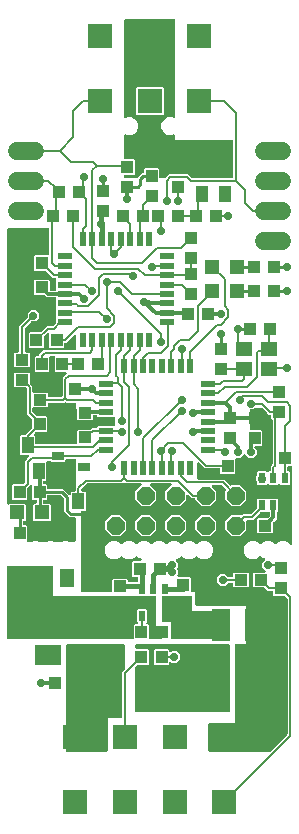
<source format=gbr>
G04 EAGLE Gerber RS-274X export*
G75*
%MOMM*%
%FSLAX34Y34*%
%LPD*%
%INTop Copper*%
%IPPOS*%
%AMOC8*
5,1,8,0,0,1.08239X$1,22.5*%
G01*
%ADD10R,1.100000X1.000000*%
%ADD11R,1.000000X1.100000*%
%ADD12R,1.000000X0.700000*%
%ADD13R,1.270000X0.558800*%
%ADD14R,0.558800X1.270000*%
%ADD15R,1.000000X1.400000*%
%ADD16R,1.200000X1.200000*%
%ADD17R,2.160000X1.780000*%
%ADD18R,1.200000X2.800000*%
%ADD19C,1.524000*%
%ADD20R,0.600000X0.900000*%
%ADD21P,1.649562X8X22.500000*%
%ADD22R,1.400000X1.200000*%
%ADD23R,1.300000X1.500000*%
%ADD24R,1.600000X2.700000*%
%ADD25R,2.100000X1.500000*%
%ADD26R,2.400000X1.800000*%
%ADD27C,0.711200*%
%ADD28C,0.203200*%
%ADD29C,0.254000*%
%ADD30C,0.304800*%
%ADD31C,0.406400*%
%ADD32C,0.508000*%
%ADD33R,2.095500X2.095500*%

G36*
X225742Y59322D02*
X225742Y59322D01*
X225829Y59325D01*
X225882Y59342D01*
X225937Y59350D01*
X226017Y59385D01*
X226100Y59412D01*
X226139Y59440D01*
X226196Y59466D01*
X226309Y59562D01*
X226373Y59607D01*
X240303Y73537D01*
X240356Y73607D01*
X240416Y73671D01*
X240441Y73720D01*
X240474Y73764D01*
X240505Y73846D01*
X240545Y73924D01*
X240553Y73972D01*
X240576Y74030D01*
X240588Y74178D01*
X240601Y74255D01*
X240601Y188570D01*
X240589Y188656D01*
X240586Y188744D01*
X240569Y188796D01*
X240561Y188851D01*
X240525Y188931D01*
X240498Y189014D01*
X240470Y189054D01*
X240445Y189111D01*
X240349Y189224D01*
X240303Y189288D01*
X238284Y191307D01*
X238214Y191359D01*
X238150Y191419D01*
X238101Y191445D01*
X238057Y191478D01*
X237975Y191509D01*
X237897Y191549D01*
X237850Y191557D01*
X237791Y191579D01*
X237644Y191591D01*
X237566Y191604D01*
X228924Y191604D01*
X228179Y192349D01*
X228179Y194573D01*
X228171Y194631D01*
X228173Y194689D01*
X228151Y194771D01*
X228139Y194855D01*
X228116Y194908D01*
X228101Y194964D01*
X228058Y195037D01*
X228023Y195114D01*
X227985Y195159D01*
X227956Y195209D01*
X227894Y195267D01*
X227840Y195331D01*
X227791Y195363D01*
X227748Y195403D01*
X227673Y195442D01*
X227603Y195489D01*
X227547Y195506D01*
X227495Y195533D01*
X227427Y195544D01*
X227332Y195574D01*
X227232Y195577D01*
X227164Y195588D01*
X224015Y195588D01*
X221384Y198219D01*
X221314Y198272D01*
X221250Y198332D01*
X221201Y198357D01*
X221157Y198390D01*
X221075Y198421D01*
X220997Y198461D01*
X220950Y198469D01*
X220891Y198492D01*
X220744Y198504D01*
X220666Y198517D01*
X212024Y198517D01*
X211279Y199261D01*
X211279Y210314D01*
X212024Y211058D01*
X220990Y211058D01*
X221019Y211062D01*
X221048Y211060D01*
X221159Y211082D01*
X221271Y211098D01*
X221298Y211110D01*
X221327Y211116D01*
X221427Y211168D01*
X221531Y211214D01*
X221553Y211233D01*
X221579Y211247D01*
X221661Y211325D01*
X221748Y211398D01*
X221764Y211422D01*
X221785Y211443D01*
X221842Y211540D01*
X221905Y211635D01*
X221914Y211663D01*
X221929Y211688D01*
X221957Y211797D01*
X221991Y211906D01*
X221992Y211935D01*
X221999Y211963D01*
X221995Y212076D01*
X221998Y212190D01*
X221991Y212218D01*
X221990Y212248D01*
X221955Y212355D01*
X221926Y212465D01*
X221912Y212490D01*
X221902Y212518D01*
X221857Y212582D01*
X221781Y212709D01*
X221736Y212752D01*
X221708Y212791D01*
X219011Y215488D01*
X219011Y219487D01*
X221145Y221621D01*
X221214Y221713D01*
X221288Y221801D01*
X221299Y221826D01*
X221316Y221848D01*
X221357Y221956D01*
X221404Y222061D01*
X221407Y222088D01*
X221417Y222114D01*
X221427Y222228D01*
X221443Y222342D01*
X221439Y222370D01*
X221441Y222397D01*
X221418Y222510D01*
X221402Y222624D01*
X221390Y222649D01*
X221385Y222676D01*
X221332Y222778D01*
X221285Y222883D01*
X221267Y222904D01*
X221254Y222928D01*
X221175Y223012D01*
X221100Y223099D01*
X221079Y223112D01*
X221058Y223135D01*
X220828Y223269D01*
X220816Y223277D01*
X219566Y223795D01*
X218205Y225155D01*
X218159Y225190D01*
X218118Y225233D01*
X218046Y225276D01*
X217978Y225326D01*
X217924Y225347D01*
X217873Y225377D01*
X217791Y225397D01*
X217713Y225428D01*
X217654Y225432D01*
X217598Y225447D01*
X217513Y225444D01*
X217429Y225451D01*
X217372Y225440D01*
X217313Y225438D01*
X217233Y225412D01*
X217150Y225395D01*
X217099Y225368D01*
X217043Y225350D01*
X216987Y225310D01*
X216898Y225264D01*
X216826Y225196D01*
X216770Y225155D01*
X215409Y223795D01*
X212637Y222647D01*
X209638Y222647D01*
X206866Y223795D01*
X204745Y225916D01*
X203597Y228688D01*
X203597Y231687D01*
X204745Y234459D01*
X206866Y236580D01*
X209638Y237728D01*
X212637Y237728D01*
X215409Y236580D01*
X216770Y235220D01*
X216816Y235184D01*
X216857Y235142D01*
X216929Y235099D01*
X216997Y235049D01*
X217051Y235028D01*
X217102Y234998D01*
X217183Y234978D01*
X217262Y234947D01*
X217321Y234943D01*
X217377Y234928D01*
X217462Y234931D01*
X217546Y234924D01*
X217603Y234935D01*
X217662Y234937D01*
X217742Y234963D01*
X217824Y234980D01*
X217876Y235007D01*
X217932Y235025D01*
X217988Y235065D01*
X218077Y235111D01*
X218149Y235180D01*
X218205Y235220D01*
X219566Y236580D01*
X222338Y237728D01*
X225337Y237728D01*
X228109Y236580D01*
X229470Y235220D01*
X229516Y235184D01*
X229557Y235142D01*
X229629Y235099D01*
X229697Y235049D01*
X229751Y235028D01*
X229802Y234998D01*
X229883Y234978D01*
X229962Y234947D01*
X230021Y234943D01*
X230077Y234928D01*
X230162Y234931D01*
X230246Y234924D01*
X230303Y234935D01*
X230362Y234937D01*
X230442Y234963D01*
X230524Y234980D01*
X230576Y235007D01*
X230632Y235025D01*
X230688Y235065D01*
X230777Y235111D01*
X230849Y235180D01*
X230905Y235220D01*
X232266Y236580D01*
X235038Y237728D01*
X238037Y237728D01*
X240809Y236580D01*
X242741Y234648D01*
X242765Y234630D01*
X242784Y234608D01*
X242878Y234545D01*
X242968Y234477D01*
X242996Y234467D01*
X243020Y234450D01*
X243128Y234416D01*
X243234Y234376D01*
X243263Y234374D01*
X243291Y234365D01*
X243405Y234362D01*
X243517Y234352D01*
X243546Y234358D01*
X243575Y234357D01*
X243685Y234386D01*
X243796Y234408D01*
X243822Y234422D01*
X243850Y234429D01*
X243948Y234487D01*
X244048Y234539D01*
X244070Y234559D01*
X244095Y234574D01*
X244172Y234657D01*
X244254Y234735D01*
X244269Y234760D01*
X244289Y234782D01*
X244341Y234883D01*
X244398Y234980D01*
X244405Y235009D01*
X244419Y235035D01*
X244432Y235112D01*
X244468Y235256D01*
X244466Y235318D01*
X244474Y235366D01*
X244474Y300189D01*
X244466Y300247D01*
X244468Y300305D01*
X244446Y300387D01*
X244434Y300471D01*
X244411Y300524D01*
X244396Y300580D01*
X244353Y300653D01*
X244318Y300730D01*
X244280Y300775D01*
X244251Y300825D01*
X244189Y300883D01*
X244135Y300947D01*
X244086Y300979D01*
X244043Y301019D01*
X243968Y301058D01*
X243898Y301105D01*
X243842Y301122D01*
X243790Y301149D01*
X243722Y301160D01*
X243627Y301190D01*
X243527Y301193D01*
X243459Y301204D01*
X241402Y301204D01*
X241344Y301196D01*
X241286Y301198D01*
X241204Y301176D01*
X241120Y301164D01*
X241067Y301141D01*
X241011Y301126D01*
X240938Y301083D01*
X240861Y301048D01*
X240816Y301010D01*
X240766Y300981D01*
X240708Y300919D01*
X240644Y300865D01*
X240612Y300816D01*
X240572Y300773D01*
X240533Y300698D01*
X240486Y300628D01*
X240469Y300572D01*
X240442Y300520D01*
X240431Y300452D01*
X240401Y300357D01*
X240398Y300257D01*
X240387Y300189D01*
X240387Y297686D01*
X240395Y297628D01*
X240393Y297570D01*
X240415Y297488D01*
X240427Y297404D01*
X240450Y297351D01*
X240465Y297295D01*
X240508Y297222D01*
X240543Y297145D01*
X240581Y297100D01*
X240610Y297050D01*
X240672Y296992D01*
X240726Y296928D01*
X240775Y296896D01*
X240818Y296856D01*
X240893Y296817D01*
X240963Y296770D01*
X241019Y296753D01*
X241071Y296726D01*
X241139Y296715D01*
X241234Y296685D01*
X241334Y296682D01*
X241402Y296671D01*
X241626Y296671D01*
X242371Y295926D01*
X242371Y285874D01*
X241626Y285129D01*
X234574Y285129D01*
X234068Y285635D01*
X234021Y285670D01*
X233981Y285713D01*
X233908Y285755D01*
X233841Y285806D01*
X233786Y285827D01*
X233736Y285856D01*
X233654Y285877D01*
X233575Y285907D01*
X233517Y285912D01*
X233460Y285926D01*
X233376Y285924D01*
X233292Y285931D01*
X233234Y285919D01*
X233176Y285917D01*
X233096Y285891D01*
X233013Y285875D01*
X232961Y285848D01*
X232905Y285830D01*
X232849Y285790D01*
X232761Y285744D01*
X232688Y285675D01*
X232632Y285635D01*
X232126Y285129D01*
X225074Y285129D01*
X224568Y285635D01*
X224521Y285670D01*
X224481Y285713D01*
X224408Y285755D01*
X224341Y285806D01*
X224286Y285827D01*
X224236Y285856D01*
X224154Y285877D01*
X224075Y285907D01*
X224017Y285912D01*
X223960Y285926D01*
X223876Y285924D01*
X223792Y285931D01*
X223734Y285919D01*
X223676Y285917D01*
X223596Y285891D01*
X223513Y285875D01*
X223461Y285848D01*
X223405Y285830D01*
X223349Y285790D01*
X223261Y285744D01*
X223188Y285675D01*
X223132Y285635D01*
X222626Y285129D01*
X215574Y285129D01*
X214829Y285874D01*
X214829Y287512D01*
X214817Y287598D01*
X214814Y287686D01*
X214797Y287738D01*
X214789Y287793D01*
X214754Y287873D01*
X214727Y287956D01*
X214699Y287995D01*
X214673Y288053D01*
X214577Y288166D01*
X214532Y288230D01*
X214248Y288513D01*
X214248Y292512D01*
X214532Y292795D01*
X214584Y292865D01*
X214644Y292929D01*
X214670Y292979D01*
X214703Y293023D01*
X214734Y293104D01*
X214774Y293182D01*
X214782Y293230D01*
X214804Y293288D01*
X214816Y293436D01*
X214829Y293513D01*
X214829Y295926D01*
X215574Y296671D01*
X222626Y296671D01*
X223132Y296165D01*
X223179Y296130D01*
X223219Y296087D01*
X223292Y296045D01*
X223359Y295994D01*
X223414Y295973D01*
X223464Y295944D01*
X223546Y295923D01*
X223625Y295893D01*
X223683Y295888D01*
X223740Y295874D01*
X223824Y295876D01*
X223908Y295869D01*
X223966Y295881D01*
X224024Y295883D01*
X224104Y295909D01*
X224187Y295925D01*
X224239Y295952D01*
X224295Y295970D01*
X224351Y296010D01*
X224439Y296056D01*
X224512Y296125D01*
X224568Y296165D01*
X225074Y296671D01*
X225298Y296671D01*
X225356Y296679D01*
X225414Y296677D01*
X225496Y296699D01*
X225580Y296711D01*
X225633Y296734D01*
X225689Y296749D01*
X225762Y296792D01*
X225839Y296827D01*
X225884Y296865D01*
X225934Y296894D01*
X225992Y296956D01*
X226056Y297010D01*
X226088Y297059D01*
X226128Y297102D01*
X226167Y297177D01*
X226214Y297247D01*
X226231Y297303D01*
X226258Y297355D01*
X226269Y297423D01*
X226299Y297518D01*
X226302Y297618D01*
X226313Y297686D01*
X226313Y300985D01*
X227603Y302275D01*
X227614Y302289D01*
X227620Y302294D01*
X227639Y302323D01*
X227656Y302345D01*
X227716Y302409D01*
X227741Y302458D01*
X227774Y302502D01*
X227805Y302584D01*
X227845Y302662D01*
X227853Y302709D01*
X227876Y302768D01*
X227888Y302915D01*
X227901Y302993D01*
X227901Y339844D01*
X227889Y339931D01*
X227886Y340018D01*
X227869Y340071D01*
X227861Y340126D01*
X227825Y340205D01*
X227798Y340289D01*
X227770Y340328D01*
X227745Y340385D01*
X227649Y340498D01*
X227603Y340562D01*
X226592Y341574D01*
X226592Y343798D01*
X226584Y343856D01*
X226585Y343914D01*
X226564Y343996D01*
X226552Y344080D01*
X226528Y344133D01*
X226513Y344189D01*
X226470Y344262D01*
X226436Y344339D01*
X226398Y344384D01*
X226368Y344434D01*
X226306Y344492D01*
X226252Y344556D01*
X226203Y344588D01*
X226161Y344628D01*
X226086Y344667D01*
X226015Y344714D01*
X225960Y344731D01*
X225908Y344758D01*
X225840Y344769D01*
X225744Y344799D01*
X225645Y344802D01*
X225577Y344813D01*
X225040Y344813D01*
X223403Y346450D01*
X219886Y349968D01*
X219816Y350020D01*
X219752Y350080D01*
X219703Y350106D01*
X219659Y350139D01*
X219577Y350170D01*
X219499Y350210D01*
X219451Y350218D01*
X219393Y350240D01*
X219245Y350252D01*
X219168Y350265D01*
X213049Y350265D01*
X212963Y350253D01*
X212875Y350250D01*
X212823Y350233D01*
X212768Y350225D01*
X212688Y350190D01*
X212605Y350163D01*
X212565Y350135D01*
X212508Y350109D01*
X212395Y350013D01*
X212331Y349968D01*
X211549Y349186D01*
X209550Y349186D01*
X209492Y349178D01*
X209434Y349179D01*
X209352Y349158D01*
X209269Y349146D01*
X209215Y349122D01*
X209159Y349107D01*
X209086Y349064D01*
X209009Y349030D01*
X208964Y348992D01*
X208914Y348962D01*
X208856Y348900D01*
X208792Y348846D01*
X208760Y348797D01*
X208720Y348755D01*
X208681Y348680D01*
X208635Y348609D01*
X208617Y348554D01*
X208590Y348502D01*
X208579Y348434D01*
X208549Y348338D01*
X208546Y348239D01*
X208535Y348171D01*
X208535Y332661D01*
X208543Y332603D01*
X208541Y332545D01*
X208563Y332463D01*
X208575Y332379D01*
X208599Y332326D01*
X208613Y332270D01*
X208656Y332197D01*
X208691Y332120D01*
X208729Y332075D01*
X208759Y332025D01*
X208820Y331967D01*
X208875Y331903D01*
X208923Y331871D01*
X208966Y331831D01*
X209041Y331792D01*
X209111Y331745D01*
X209167Y331728D01*
X209219Y331701D01*
X209287Y331690D01*
X209382Y331660D01*
X209482Y331657D01*
X209550Y331646D01*
X218251Y331646D01*
X218996Y330901D01*
X218996Y318849D01*
X218251Y318104D01*
X213460Y318104D01*
X213431Y318100D01*
X213402Y318103D01*
X213291Y318080D01*
X213179Y318064D01*
X213152Y318052D01*
X213123Y318047D01*
X213023Y317994D01*
X212919Y317948D01*
X212897Y317929D01*
X212871Y317916D01*
X212789Y317838D01*
X212702Y317765D01*
X212686Y317740D01*
X212665Y317720D01*
X212608Y317622D01*
X212545Y317528D01*
X212536Y317500D01*
X212521Y317475D01*
X212493Y317365D01*
X212459Y317257D01*
X212458Y317227D01*
X212451Y317199D01*
X212455Y317086D01*
X212452Y316973D01*
X212459Y316944D01*
X212460Y316915D01*
X212495Y316807D01*
X212524Y316698D01*
X212538Y316672D01*
X212548Y316644D01*
X212593Y316581D01*
X212669Y316453D01*
X212714Y316410D01*
X212742Y316371D01*
X214377Y314737D01*
X214377Y310738D01*
X211549Y307911D01*
X207551Y307911D01*
X204712Y310750D01*
X204665Y310785D01*
X204625Y310827D01*
X204552Y310870D01*
X204484Y310921D01*
X204430Y310942D01*
X204379Y310971D01*
X204298Y310992D01*
X204219Y311022D01*
X204160Y311027D01*
X204104Y311041D01*
X204020Y311039D01*
X203935Y311046D01*
X203878Y311034D01*
X203820Y311032D01*
X203739Y311006D01*
X203657Y310990D01*
X203605Y310963D01*
X203549Y310945D01*
X203493Y310905D01*
X203404Y310859D01*
X203332Y310790D01*
X203276Y310750D01*
X200437Y307911D01*
X197223Y307911D01*
X197166Y307903D01*
X197107Y307904D01*
X197026Y307883D01*
X196942Y307871D01*
X196889Y307847D01*
X196832Y307832D01*
X196760Y307789D01*
X196683Y307755D01*
X196638Y307717D01*
X196588Y307687D01*
X196530Y307625D01*
X196466Y307571D01*
X196433Y307522D01*
X196393Y307480D01*
X196355Y307405D01*
X196308Y307334D01*
X196290Y307279D01*
X196264Y307227D01*
X196252Y307159D01*
X196222Y307063D01*
X196220Y306964D01*
X196208Y306896D01*
X196208Y295599D01*
X195464Y294854D01*
X184411Y294854D01*
X183667Y295599D01*
X183667Y298323D01*
X183659Y298381D01*
X183660Y298439D01*
X183639Y298521D01*
X183627Y298605D01*
X183603Y298658D01*
X183588Y298714D01*
X183545Y298787D01*
X183511Y298864D01*
X183473Y298909D01*
X183443Y298959D01*
X183381Y299017D01*
X183327Y299081D01*
X183278Y299113D01*
X183236Y299153D01*
X183161Y299192D01*
X183090Y299239D01*
X183035Y299256D01*
X182983Y299283D01*
X182915Y299294D01*
X182819Y299324D01*
X182720Y299327D01*
X182652Y299338D01*
X170503Y299338D01*
X165818Y304023D01*
X165794Y304041D01*
X165776Y304063D01*
X165681Y304126D01*
X165591Y304194D01*
X165563Y304205D01*
X165539Y304221D01*
X165431Y304255D01*
X165325Y304295D01*
X165296Y304298D01*
X165268Y304307D01*
X165154Y304309D01*
X165042Y304319D01*
X165013Y304313D01*
X164984Y304314D01*
X164874Y304285D01*
X164763Y304263D01*
X164737Y304249D01*
X164709Y304242D01*
X164611Y304184D01*
X164511Y304132D01*
X164489Y304112D01*
X164464Y304097D01*
X164387Y304014D01*
X164305Y303936D01*
X164290Y303911D01*
X164270Y303889D01*
X164218Y303789D01*
X164161Y303691D01*
X164154Y303662D01*
X164140Y303636D01*
X164127Y303559D01*
X164091Y303415D01*
X164093Y303353D01*
X164085Y303305D01*
X164085Y290639D01*
X164093Y290582D01*
X164091Y290523D01*
X164113Y290442D01*
X164125Y290358D01*
X164149Y290305D01*
X164163Y290248D01*
X164206Y290176D01*
X164241Y290099D01*
X164279Y290054D01*
X164309Y290004D01*
X164370Y289946D01*
X164425Y289882D01*
X164473Y289849D01*
X164516Y289809D01*
X164591Y289771D01*
X164661Y289724D01*
X164717Y289706D01*
X164769Y289680D01*
X164837Y289668D01*
X164932Y289638D01*
X165032Y289636D01*
X165100Y289624D01*
X186685Y289624D01*
X191462Y284847D01*
X191509Y284811D01*
X191549Y284769D01*
X191622Y284726D01*
X191690Y284676D01*
X191744Y284655D01*
X191795Y284625D01*
X191876Y284604D01*
X191955Y284574D01*
X192014Y284570D01*
X192070Y284555D01*
X192155Y284558D01*
X192239Y284551D01*
X192296Y284562D01*
X192354Y284564D01*
X192435Y284590D01*
X192517Y284607D01*
X192569Y284634D01*
X192625Y284652D01*
X192681Y284692D01*
X192770Y284738D01*
X192842Y284806D01*
X192898Y284847D01*
X193167Y285116D01*
X200533Y285116D01*
X205741Y279908D01*
X205741Y272542D01*
X200533Y267334D01*
X193167Y267334D01*
X187959Y272542D01*
X187959Y279908D01*
X188228Y280177D01*
X188264Y280223D01*
X188306Y280264D01*
X188349Y280337D01*
X188399Y280404D01*
X188420Y280459D01*
X188450Y280509D01*
X188470Y280591D01*
X188501Y280670D01*
X188505Y280728D01*
X188520Y280785D01*
X188517Y280869D01*
X188524Y280953D01*
X188513Y281010D01*
X188511Y281069D01*
X188485Y281149D01*
X188468Y281232D01*
X188441Y281284D01*
X188423Y281339D01*
X188383Y281395D01*
X188337Y281484D01*
X188268Y281556D01*
X188228Y281613D01*
X185088Y284753D01*
X185018Y284806D01*
X184954Y284866D01*
X184905Y284891D01*
X184860Y284924D01*
X184779Y284955D01*
X184701Y284995D01*
X184653Y285003D01*
X184595Y285026D01*
X184447Y285038D01*
X184370Y285051D01*
X177649Y285051D01*
X177620Y285047D01*
X177590Y285049D01*
X177479Y285027D01*
X177367Y285011D01*
X177340Y284999D01*
X177312Y284993D01*
X177211Y284941D01*
X177108Y284895D01*
X177085Y284876D01*
X177059Y284862D01*
X176977Y284784D01*
X176891Y284711D01*
X176874Y284687D01*
X176853Y284666D01*
X176796Y284569D01*
X176733Y284474D01*
X176724Y284446D01*
X176709Y284421D01*
X176682Y284312D01*
X176647Y284203D01*
X176647Y284174D01*
X176639Y284146D01*
X176643Y284033D01*
X176640Y283919D01*
X176647Y283891D01*
X176648Y283861D01*
X176683Y283754D01*
X176712Y283644D01*
X176727Y283619D01*
X176736Y283591D01*
X176781Y283527D01*
X176857Y283400D01*
X176903Y283357D01*
X176931Y283318D01*
X180341Y279908D01*
X180341Y272542D01*
X175133Y267334D01*
X167767Y267334D01*
X162559Y272542D01*
X162559Y272923D01*
X162551Y272981D01*
X162553Y273039D01*
X162531Y273121D01*
X162519Y273205D01*
X162496Y273258D01*
X162481Y273314D01*
X162438Y273387D01*
X162403Y273464D01*
X162365Y273509D01*
X162336Y273559D01*
X162274Y273617D01*
X162220Y273681D01*
X162171Y273713D01*
X162128Y273753D01*
X162053Y273792D01*
X161983Y273839D01*
X161927Y273856D01*
X161875Y273883D01*
X161807Y273894D01*
X161712Y273924D01*
X161612Y273927D01*
X161544Y273938D01*
X159390Y273938D01*
X157753Y275575D01*
X156674Y276655D01*
X156650Y276672D01*
X156631Y276695D01*
X156537Y276758D01*
X156447Y276826D01*
X156419Y276836D01*
X156395Y276852D01*
X156287Y276887D01*
X156181Y276927D01*
X156152Y276929D01*
X156124Y276938D01*
X156010Y276941D01*
X155898Y276950D01*
X155869Y276945D01*
X155840Y276945D01*
X155730Y276917D01*
X155619Y276895D01*
X155593Y276881D01*
X155565Y276874D01*
X155467Y276816D01*
X155367Y276764D01*
X155345Y276743D01*
X155320Y276728D01*
X155243Y276646D01*
X155161Y276568D01*
X155146Y276542D01*
X155126Y276521D01*
X155074Y276420D01*
X155017Y276322D01*
X155010Y276294D01*
X154996Y276268D01*
X154983Y276191D01*
X154947Y276047D01*
X154949Y275984D01*
X154941Y275937D01*
X154941Y272542D01*
X149733Y267334D01*
X142367Y267334D01*
X137159Y272542D01*
X137159Y279908D01*
X142157Y284905D01*
X142174Y284929D01*
X142197Y284948D01*
X142260Y285042D01*
X142328Y285132D01*
X142338Y285160D01*
X142354Y285184D01*
X142389Y285292D01*
X142429Y285398D01*
X142431Y285427D01*
X142440Y285455D01*
X142443Y285569D01*
X142452Y285681D01*
X142447Y285710D01*
X142447Y285739D01*
X142419Y285849D01*
X142397Y285960D01*
X142383Y285986D01*
X142376Y286014D01*
X142318Y286112D01*
X142266Y286212D01*
X142245Y286234D01*
X142230Y286259D01*
X142148Y286336D01*
X142070Y286418D01*
X142044Y286433D01*
X142023Y286453D01*
X141922Y286505D01*
X141825Y286562D01*
X141796Y286569D01*
X141770Y286583D01*
X141693Y286596D01*
X141549Y286632D01*
X141487Y286630D01*
X141439Y286638D01*
X125261Y286638D01*
X125232Y286634D01*
X125203Y286637D01*
X125092Y286614D01*
X124980Y286598D01*
X124953Y286586D01*
X124924Y286581D01*
X124824Y286529D01*
X124720Y286482D01*
X124698Y286463D01*
X124672Y286450D01*
X124590Y286372D01*
X124503Y286299D01*
X124487Y286274D01*
X124466Y286254D01*
X124408Y286156D01*
X124346Y286062D01*
X124337Y286034D01*
X124322Y286009D01*
X124294Y285899D01*
X124260Y285791D01*
X124259Y285761D01*
X124252Y285733D01*
X124255Y285620D01*
X124253Y285507D01*
X124260Y285478D01*
X124261Y285449D01*
X124296Y285341D01*
X124324Y285232D01*
X124339Y285206D01*
X124348Y285178D01*
X124394Y285115D01*
X124470Y284987D01*
X124515Y284944D01*
X124543Y284905D01*
X129541Y279908D01*
X129541Y272542D01*
X124333Y267334D01*
X116967Y267334D01*
X111759Y272542D01*
X111759Y279908D01*
X116757Y284905D01*
X116774Y284929D01*
X116797Y284948D01*
X116860Y285042D01*
X116928Y285132D01*
X116938Y285160D01*
X116954Y285184D01*
X116989Y285292D01*
X117029Y285398D01*
X117031Y285427D01*
X117040Y285455D01*
X117043Y285569D01*
X117052Y285681D01*
X117047Y285710D01*
X117047Y285739D01*
X117019Y285849D01*
X116997Y285960D01*
X116983Y285986D01*
X116976Y286014D01*
X116918Y286112D01*
X116866Y286212D01*
X116845Y286234D01*
X116830Y286259D01*
X116748Y286336D01*
X116670Y286418D01*
X116644Y286433D01*
X116623Y286453D01*
X116522Y286505D01*
X116425Y286562D01*
X116396Y286569D01*
X116370Y286583D01*
X116293Y286596D01*
X116149Y286632D01*
X116087Y286630D01*
X116039Y286638D01*
X103772Y286638D01*
X103771Y286639D01*
X103689Y286670D01*
X103611Y286710D01*
X103564Y286718D01*
X103505Y286740D01*
X103358Y286752D01*
X103280Y286765D01*
X101070Y286765D01*
X100983Y286753D01*
X100896Y286750D01*
X100843Y286733D01*
X100788Y286725D01*
X100708Y286690D01*
X100625Y286663D01*
X100591Y286638D01*
X71218Y286638D01*
X71131Y286626D01*
X71044Y286623D01*
X70991Y286606D01*
X70936Y286598D01*
X70856Y286563D01*
X70773Y286536D01*
X70734Y286508D01*
X70677Y286482D01*
X70564Y286386D01*
X70500Y286341D01*
X66084Y281925D01*
X66032Y281855D01*
X65972Y281791D01*
X65946Y281742D01*
X65913Y281698D01*
X65882Y281616D01*
X65842Y281538D01*
X65834Y281491D01*
X65812Y281432D01*
X65800Y281285D01*
X65787Y281207D01*
X65787Y280636D01*
X65795Y280578D01*
X65793Y280520D01*
X65815Y280438D01*
X65827Y280354D01*
X65850Y280301D01*
X65865Y280245D01*
X65908Y280172D01*
X65943Y280095D01*
X65981Y280050D01*
X66010Y280000D01*
X66072Y279942D01*
X66126Y279878D01*
X66175Y279846D01*
X66218Y279806D01*
X66293Y279767D01*
X66363Y279720D01*
X66419Y279703D01*
X66471Y279676D01*
X66539Y279665D01*
X66634Y279635D01*
X66734Y279632D01*
X66802Y279621D01*
X69026Y279621D01*
X69771Y278876D01*
X69771Y263824D01*
X69026Y263079D01*
X66675Y263079D01*
X66617Y263071D01*
X66559Y263073D01*
X66477Y263051D01*
X66394Y263039D01*
X66340Y263016D01*
X66284Y263001D01*
X66211Y262958D01*
X66134Y262923D01*
X66089Y262885D01*
X66039Y262856D01*
X65981Y262794D01*
X65917Y262740D01*
X65885Y262691D01*
X65845Y262648D01*
X65806Y262573D01*
X65760Y262503D01*
X65742Y262447D01*
X65715Y262395D01*
X65704Y262327D01*
X65674Y262232D01*
X65671Y262132D01*
X65660Y262064D01*
X65660Y195263D01*
X65668Y195205D01*
X65666Y195146D01*
X65688Y195065D01*
X65700Y194981D01*
X65724Y194928D01*
X65738Y194871D01*
X65781Y194799D01*
X65816Y194722D01*
X65854Y194677D01*
X65884Y194627D01*
X65945Y194569D01*
X66000Y194505D01*
X66048Y194472D01*
X66091Y194432D01*
X66166Y194394D01*
X66236Y194347D01*
X66292Y194329D01*
X66344Y194303D01*
X66412Y194291D01*
X66507Y194261D01*
X66607Y194259D01*
X66675Y194247D01*
X90639Y194247D01*
X90697Y194255D01*
X90755Y194254D01*
X90837Y194275D01*
X90921Y194287D01*
X90974Y194311D01*
X91030Y194326D01*
X91103Y194369D01*
X91180Y194403D01*
X91225Y194441D01*
X91275Y194471D01*
X91333Y194533D01*
X91397Y194587D01*
X91429Y194636D01*
X91469Y194678D01*
X91508Y194753D01*
X91555Y194824D01*
X91572Y194879D01*
X91599Y194931D01*
X91610Y194999D01*
X91640Y195095D01*
X91643Y195194D01*
X91654Y195263D01*
X91654Y204989D01*
X92399Y205733D01*
X104451Y205733D01*
X105196Y204989D01*
X105196Y203780D01*
X105204Y203723D01*
X105202Y203664D01*
X105224Y203583D01*
X105236Y203499D01*
X105259Y203446D01*
X105274Y203389D01*
X105317Y203317D01*
X105352Y203240D01*
X105390Y203195D01*
X105419Y203145D01*
X105481Y203087D01*
X105535Y203023D01*
X105584Y202990D01*
X105627Y202950D01*
X105702Y202912D01*
X105772Y202865D01*
X105828Y202847D01*
X105880Y202821D01*
X105948Y202809D01*
X106043Y202779D01*
X106143Y202777D01*
X106211Y202765D01*
X113182Y202765D01*
X113240Y202773D01*
X113298Y202772D01*
X113380Y202793D01*
X113464Y202805D01*
X113517Y202829D01*
X113573Y202844D01*
X113646Y202887D01*
X113723Y202921D01*
X113768Y202959D01*
X113818Y202989D01*
X113876Y203051D01*
X113940Y203105D01*
X113972Y203154D01*
X114012Y203196D01*
X114051Y203271D01*
X114098Y203342D01*
X114115Y203397D01*
X114142Y203449D01*
X114153Y203517D01*
X114183Y203613D01*
X114186Y203712D01*
X114197Y203780D01*
X114197Y206527D01*
X114189Y206584D01*
X114191Y206637D01*
X114190Y206638D01*
X114191Y206643D01*
X114169Y206724D01*
X114157Y206808D01*
X114134Y206861D01*
X114119Y206918D01*
X114076Y206990D01*
X114041Y207067D01*
X114003Y207112D01*
X113974Y207162D01*
X113912Y207220D01*
X113858Y207284D01*
X113809Y207317D01*
X113766Y207357D01*
X113691Y207395D01*
X113621Y207442D01*
X113565Y207460D01*
X113513Y207486D01*
X113445Y207498D01*
X113350Y207528D01*
X113250Y207530D01*
X113182Y207542D01*
X109799Y207542D01*
X109054Y208286D01*
X109054Y220339D01*
X109799Y221083D01*
X116233Y221083D01*
X116318Y221095D01*
X116404Y221098D01*
X116458Y221115D01*
X116515Y221123D01*
X116593Y221158D01*
X116675Y221184D01*
X116722Y221216D01*
X116774Y221239D01*
X116840Y221295D01*
X116911Y221343D01*
X116948Y221386D01*
X116991Y221423D01*
X117039Y221495D01*
X117094Y221560D01*
X117117Y221612D01*
X117149Y221660D01*
X117175Y221742D01*
X117210Y221820D01*
X117217Y221876D01*
X117235Y221931D01*
X117237Y222017D01*
X117249Y222102D01*
X117240Y222158D01*
X117242Y222215D01*
X117220Y222298D01*
X117208Y222383D01*
X117184Y222435D01*
X117170Y222490D01*
X117126Y222564D01*
X117091Y222642D01*
X117054Y222685D01*
X117025Y222734D01*
X116962Y222793D01*
X116906Y222858D01*
X116864Y222885D01*
X116817Y222929D01*
X116688Y222995D01*
X116622Y223036D01*
X114791Y223795D01*
X113430Y225155D01*
X113384Y225190D01*
X113343Y225233D01*
X113271Y225276D01*
X113203Y225326D01*
X113149Y225347D01*
X113098Y225377D01*
X113016Y225397D01*
X112938Y225428D01*
X112879Y225432D01*
X112823Y225447D01*
X112738Y225444D01*
X112654Y225451D01*
X112597Y225440D01*
X112538Y225438D01*
X112458Y225412D01*
X112375Y225395D01*
X112324Y225368D01*
X112268Y225350D01*
X112212Y225310D01*
X112123Y225264D01*
X112051Y225196D01*
X111995Y225155D01*
X110634Y223795D01*
X107862Y222647D01*
X104863Y222647D01*
X102091Y223795D01*
X100730Y225155D01*
X100684Y225191D01*
X100643Y225233D01*
X100571Y225276D01*
X100503Y225326D01*
X100449Y225347D01*
X100398Y225377D01*
X100317Y225397D01*
X100238Y225428D01*
X100179Y225432D01*
X100123Y225447D01*
X100038Y225444D01*
X99954Y225451D01*
X99897Y225440D01*
X99838Y225438D01*
X99758Y225412D01*
X99676Y225395D01*
X99624Y225368D01*
X99568Y225350D01*
X99512Y225310D01*
X99423Y225264D01*
X99351Y225195D01*
X99295Y225155D01*
X97934Y223795D01*
X95162Y222647D01*
X92163Y222647D01*
X89391Y223795D01*
X87270Y225916D01*
X86122Y228688D01*
X86122Y231687D01*
X87270Y234459D01*
X89391Y236580D01*
X92163Y237728D01*
X95162Y237728D01*
X97934Y236580D01*
X99295Y235220D01*
X99341Y235185D01*
X99382Y235142D01*
X99454Y235099D01*
X99522Y235049D01*
X99576Y235028D01*
X99627Y234998D01*
X99709Y234978D01*
X99787Y234947D01*
X99846Y234943D01*
X99902Y234928D01*
X99987Y234931D01*
X100071Y234924D01*
X100128Y234935D01*
X100187Y234937D01*
X100267Y234963D01*
X100350Y234980D01*
X100401Y235007D01*
X100457Y235025D01*
X100513Y235065D01*
X100602Y235111D01*
X100674Y235179D01*
X100730Y235220D01*
X102091Y236580D01*
X104863Y237728D01*
X107862Y237728D01*
X110634Y236580D01*
X111995Y235220D01*
X112041Y235184D01*
X112082Y235142D01*
X112154Y235099D01*
X112222Y235049D01*
X112276Y235028D01*
X112327Y234998D01*
X112408Y234978D01*
X112487Y234947D01*
X112546Y234943D01*
X112602Y234928D01*
X112687Y234931D01*
X112771Y234924D01*
X112828Y234935D01*
X112887Y234937D01*
X112967Y234963D01*
X113049Y234980D01*
X113101Y235007D01*
X113157Y235025D01*
X113213Y235065D01*
X113302Y235111D01*
X113374Y235180D01*
X113430Y235220D01*
X114791Y236580D01*
X117563Y237728D01*
X120562Y237728D01*
X123334Y236580D01*
X124695Y235220D01*
X124741Y235184D01*
X124782Y235142D01*
X124854Y235099D01*
X124922Y235049D01*
X124976Y235028D01*
X125027Y234998D01*
X125108Y234978D01*
X125187Y234947D01*
X125246Y234943D01*
X125302Y234928D01*
X125387Y234931D01*
X125471Y234924D01*
X125528Y234935D01*
X125587Y234937D01*
X125667Y234963D01*
X125749Y234980D01*
X125801Y235007D01*
X125857Y235025D01*
X125913Y235065D01*
X126002Y235111D01*
X126074Y235180D01*
X126130Y235220D01*
X127491Y236580D01*
X130263Y237728D01*
X133262Y237728D01*
X136034Y236580D01*
X137395Y235220D01*
X137441Y235184D01*
X137482Y235142D01*
X137554Y235099D01*
X137622Y235049D01*
X137676Y235028D01*
X137727Y234998D01*
X137808Y234978D01*
X137887Y234947D01*
X137946Y234943D01*
X138002Y234928D01*
X138087Y234931D01*
X138171Y234924D01*
X138228Y234935D01*
X138287Y234937D01*
X138367Y234963D01*
X138449Y234980D01*
X138501Y235007D01*
X138557Y235025D01*
X138613Y235065D01*
X138702Y235111D01*
X138774Y235180D01*
X138830Y235220D01*
X140191Y236580D01*
X142963Y237728D01*
X145962Y237728D01*
X148734Y236580D01*
X150095Y235220D01*
X150141Y235184D01*
X150182Y235142D01*
X150254Y235099D01*
X150322Y235049D01*
X150376Y235028D01*
X150427Y234998D01*
X150508Y234978D01*
X150587Y234947D01*
X150646Y234943D01*
X150702Y234928D01*
X150787Y234931D01*
X150871Y234924D01*
X150928Y234935D01*
X150987Y234937D01*
X151067Y234963D01*
X151149Y234980D01*
X151201Y235007D01*
X151257Y235025D01*
X151313Y235065D01*
X151402Y235111D01*
X151474Y235180D01*
X151530Y235220D01*
X152891Y236580D01*
X155663Y237728D01*
X158662Y237728D01*
X161434Y236580D01*
X162795Y235220D01*
X162841Y235184D01*
X162882Y235142D01*
X162954Y235099D01*
X163022Y235049D01*
X163076Y235028D01*
X163127Y234998D01*
X163208Y234978D01*
X163287Y234947D01*
X163346Y234943D01*
X163402Y234928D01*
X163487Y234931D01*
X163571Y234924D01*
X163628Y234935D01*
X163687Y234937D01*
X163767Y234963D01*
X163849Y234980D01*
X163901Y235007D01*
X163957Y235025D01*
X164013Y235065D01*
X164102Y235111D01*
X164174Y235180D01*
X164230Y235220D01*
X165591Y236580D01*
X168363Y237728D01*
X171362Y237728D01*
X174134Y236580D01*
X176255Y234459D01*
X177403Y231687D01*
X177403Y228688D01*
X176255Y225916D01*
X174134Y223795D01*
X171362Y222647D01*
X168363Y222647D01*
X165591Y223795D01*
X164230Y225155D01*
X164184Y225190D01*
X164143Y225233D01*
X164071Y225276D01*
X164003Y225326D01*
X163949Y225347D01*
X163898Y225377D01*
X163816Y225397D01*
X163738Y225428D01*
X163679Y225432D01*
X163623Y225447D01*
X163538Y225444D01*
X163454Y225451D01*
X163397Y225440D01*
X163338Y225438D01*
X163258Y225412D01*
X163175Y225395D01*
X163124Y225368D01*
X163068Y225350D01*
X163012Y225310D01*
X162923Y225264D01*
X162851Y225196D01*
X162795Y225155D01*
X161434Y223795D01*
X158662Y222647D01*
X155663Y222647D01*
X152891Y223795D01*
X151530Y225155D01*
X151484Y225190D01*
X151443Y225233D01*
X151371Y225276D01*
X151303Y225326D01*
X151249Y225347D01*
X151198Y225377D01*
X151116Y225397D01*
X151038Y225428D01*
X150979Y225432D01*
X150923Y225447D01*
X150838Y225444D01*
X150754Y225451D01*
X150697Y225440D01*
X150638Y225438D01*
X150558Y225412D01*
X150475Y225395D01*
X150424Y225368D01*
X150368Y225350D01*
X150312Y225310D01*
X150223Y225264D01*
X150151Y225196D01*
X150095Y225155D01*
X148734Y223795D01*
X146362Y222812D01*
X146263Y222754D01*
X146161Y222701D01*
X146141Y222682D01*
X146117Y222668D01*
X146038Y222584D01*
X145955Y222505D01*
X145941Y222481D01*
X145922Y222461D01*
X145869Y222359D01*
X145811Y222260D01*
X145804Y222233D01*
X145791Y222208D01*
X145769Y222095D01*
X145741Y221984D01*
X145742Y221957D01*
X145736Y221929D01*
X145746Y221815D01*
X145750Y221700D01*
X145758Y221674D01*
X145761Y221646D01*
X145802Y221539D01*
X145837Y221430D01*
X145852Y221409D01*
X145863Y221381D01*
X146023Y221169D01*
X146032Y221156D01*
X147702Y219487D01*
X147702Y215488D01*
X147244Y215030D01*
X147209Y214984D01*
X147166Y214943D01*
X147124Y214870D01*
X147073Y214803D01*
X147052Y214749D01*
X147023Y214698D01*
X147002Y214616D01*
X146972Y214538D01*
X146967Y214479D01*
X146953Y214423D01*
X146955Y214338D01*
X146948Y214254D01*
X146960Y214197D01*
X146962Y214138D01*
X146988Y214058D01*
X147004Y213975D01*
X147031Y213924D01*
X147049Y213868D01*
X147089Y213812D01*
X147135Y213723D01*
X147204Y213651D01*
X147244Y213595D01*
X147702Y213137D01*
X147702Y209138D01*
X147655Y209091D01*
X147637Y209068D01*
X147615Y209049D01*
X147552Y208955D01*
X147484Y208864D01*
X147474Y208837D01*
X147457Y208812D01*
X147423Y208704D01*
X147383Y208599D01*
X147380Y208569D01*
X147371Y208541D01*
X147369Y208428D01*
X147359Y208315D01*
X147365Y208286D01*
X147364Y208257D01*
X147393Y208148D01*
X147415Y208037D01*
X147429Y208010D01*
X147436Y207982D01*
X147494Y207885D01*
X147546Y207784D01*
X147566Y207763D01*
X147581Y207738D01*
X147664Y207660D01*
X147742Y207578D01*
X147767Y207563D01*
X147789Y207543D01*
X147889Y207492D01*
X147987Y207434D01*
X148016Y207427D01*
X148042Y207414D01*
X148119Y207401D01*
X148263Y207364D01*
X148325Y207366D01*
X148373Y207358D01*
X157926Y207358D01*
X158671Y206614D01*
X158671Y195263D01*
X158679Y195205D01*
X158677Y195146D01*
X158699Y195065D01*
X158711Y194981D01*
X158734Y194928D01*
X158749Y194871D01*
X158792Y194799D01*
X158827Y194722D01*
X158865Y194677D01*
X158894Y194627D01*
X158956Y194569D01*
X159010Y194505D01*
X159059Y194472D01*
X159102Y194432D01*
X159177Y194394D01*
X159247Y194347D01*
X159303Y194329D01*
X159355Y194303D01*
X159423Y194291D01*
X159518Y194261D01*
X159618Y194259D01*
X159686Y194247D01*
X162497Y194247D01*
X162497Y184150D01*
X162505Y184098D01*
X162504Y184069D01*
X162505Y184066D01*
X162504Y184034D01*
X162525Y183952D01*
X162537Y183869D01*
X162561Y183815D01*
X162576Y183759D01*
X162619Y183686D01*
X162653Y183609D01*
X162691Y183564D01*
X162721Y183514D01*
X162783Y183456D01*
X162837Y183392D01*
X162886Y183360D01*
X162928Y183320D01*
X163003Y183281D01*
X163074Y183235D01*
X163129Y183217D01*
X163181Y183190D01*
X163249Y183179D01*
X163345Y183149D01*
X163444Y183146D01*
X163513Y183135D01*
X205360Y183135D01*
X205360Y150240D01*
X196850Y150240D01*
X196792Y150232D01*
X196734Y150234D01*
X196652Y150212D01*
X196569Y150200D01*
X196515Y150177D01*
X196459Y150162D01*
X196386Y150119D01*
X196309Y150084D01*
X196264Y150046D01*
X196214Y150017D01*
X196156Y149955D01*
X196092Y149901D01*
X196060Y149852D01*
X196020Y149809D01*
X195981Y149734D01*
X195935Y149664D01*
X195917Y149608D01*
X195890Y149556D01*
X195879Y149488D01*
X195849Y149393D01*
X195846Y149293D01*
X195835Y149225D01*
X195835Y83565D01*
X174625Y83565D01*
X174567Y83557D01*
X174509Y83559D01*
X174427Y83537D01*
X174344Y83525D01*
X174290Y83502D01*
X174234Y83487D01*
X174161Y83444D01*
X174084Y83409D01*
X174039Y83371D01*
X173989Y83342D01*
X173931Y83280D01*
X173867Y83226D01*
X173835Y83177D01*
X173795Y83134D01*
X173756Y83059D01*
X173710Y82989D01*
X173692Y82933D01*
X173665Y82881D01*
X173654Y82813D01*
X173624Y82718D01*
X173621Y82618D01*
X173610Y82550D01*
X173610Y60325D01*
X173618Y60267D01*
X173616Y60209D01*
X173638Y60127D01*
X173650Y60044D01*
X173674Y59990D01*
X173688Y59934D01*
X173731Y59861D01*
X173766Y59784D01*
X173804Y59739D01*
X173834Y59689D01*
X173895Y59631D01*
X173950Y59567D01*
X173998Y59535D01*
X174041Y59495D01*
X174116Y59456D01*
X174186Y59410D01*
X174242Y59392D01*
X174294Y59365D01*
X174362Y59354D01*
X174457Y59324D01*
X174557Y59321D01*
X174625Y59310D01*
X225655Y59310D01*
X225742Y59322D01*
G37*
G36*
X23823Y237114D02*
X23823Y237114D01*
X23854Y237112D01*
X23931Y237129D01*
X24074Y237150D01*
X24133Y237176D01*
X24181Y237187D01*
X25488Y237728D01*
X28487Y237728D01*
X29794Y237187D01*
X29824Y237179D01*
X29851Y237165D01*
X29929Y237152D01*
X30069Y237116D01*
X30134Y237118D01*
X30183Y237110D01*
X36492Y237110D01*
X36523Y237114D01*
X36554Y237112D01*
X36631Y237129D01*
X36774Y237150D01*
X36833Y237176D01*
X36881Y237187D01*
X38188Y237728D01*
X41187Y237728D01*
X42494Y237187D01*
X42524Y237179D01*
X42551Y237165D01*
X42629Y237152D01*
X42769Y237116D01*
X42834Y237118D01*
X42883Y237110D01*
X49192Y237110D01*
X49223Y237114D01*
X49254Y237112D01*
X49331Y237129D01*
X49474Y237150D01*
X49533Y237176D01*
X49581Y237187D01*
X50888Y237728D01*
X53887Y237728D01*
X55194Y237187D01*
X55224Y237179D01*
X55251Y237165D01*
X55329Y237152D01*
X55469Y237116D01*
X55534Y237118D01*
X55583Y237110D01*
X60325Y237110D01*
X60383Y237118D01*
X60441Y237116D01*
X60523Y237138D01*
X60607Y237150D01*
X60660Y237174D01*
X60716Y237188D01*
X60789Y237231D01*
X60866Y237266D01*
X60911Y237304D01*
X60961Y237334D01*
X61019Y237395D01*
X61083Y237450D01*
X61115Y237498D01*
X61155Y237541D01*
X61194Y237616D01*
X61241Y237686D01*
X61258Y237742D01*
X61285Y237794D01*
X61296Y237862D01*
X61326Y237957D01*
X61329Y238057D01*
X61340Y238125D01*
X61340Y256794D01*
X61332Y256852D01*
X61334Y256910D01*
X61312Y256992D01*
X61300Y257076D01*
X61277Y257129D01*
X61262Y257185D01*
X61219Y257258D01*
X61184Y257335D01*
X61146Y257380D01*
X61117Y257430D01*
X61055Y257488D01*
X61001Y257552D01*
X60952Y257584D01*
X60909Y257624D01*
X60834Y257663D01*
X60764Y257710D01*
X60708Y257727D01*
X60656Y257754D01*
X60588Y257765D01*
X60493Y257795D01*
X60393Y257798D01*
X60325Y257809D01*
X56098Y257809D01*
X51434Y262473D01*
X51434Y273165D01*
X51422Y273251D01*
X51419Y273339D01*
X51402Y273391D01*
X51394Y273446D01*
X51359Y273526D01*
X51332Y273609D01*
X51304Y273648D01*
X51278Y273705D01*
X51182Y273819D01*
X51137Y273882D01*
X48457Y276562D01*
X48388Y276614D01*
X48324Y276674D01*
X48274Y276700D01*
X48230Y276733D01*
X48149Y276764D01*
X48071Y276804D01*
X48023Y276812D01*
X47965Y276834D01*
X47817Y276846D01*
X47740Y276859D01*
X38011Y276859D01*
X37953Y276851D01*
X37895Y276853D01*
X37813Y276831D01*
X37729Y276819D01*
X37676Y276796D01*
X37620Y276781D01*
X37547Y276738D01*
X37470Y276703D01*
X37425Y276665D01*
X37375Y276636D01*
X37317Y276574D01*
X37253Y276520D01*
X37221Y276471D01*
X37181Y276428D01*
X37142Y276353D01*
X37095Y276283D01*
X37078Y276227D01*
X37051Y276175D01*
X37040Y276107D01*
X37010Y276012D01*
X37007Y275912D01*
X36996Y275844D01*
X36996Y273374D01*
X36251Y272629D01*
X34281Y272629D01*
X34223Y272621D01*
X34165Y272623D01*
X34083Y272601D01*
X33999Y272589D01*
X33946Y272566D01*
X33890Y272551D01*
X33817Y272508D01*
X33740Y272473D01*
X33695Y272435D01*
X33645Y272406D01*
X33587Y272344D01*
X33523Y272290D01*
X33491Y272241D01*
X33451Y272198D01*
X33412Y272123D01*
X33365Y272053D01*
X33348Y271997D01*
X33321Y271945D01*
X33310Y271877D01*
X33280Y271782D01*
X33277Y271682D01*
X33266Y271614D01*
X33266Y270223D01*
X33274Y270166D01*
X33272Y270107D01*
X33294Y270026D01*
X33306Y269942D01*
X33329Y269889D01*
X33344Y269832D01*
X33387Y269760D01*
X33422Y269683D01*
X33460Y269638D01*
X33489Y269588D01*
X33551Y269530D01*
X33605Y269466D01*
X33654Y269433D01*
X33697Y269393D01*
X33772Y269355D01*
X33842Y269308D01*
X33898Y269290D01*
X33950Y269264D01*
X34018Y269252D01*
X34113Y269222D01*
X34213Y269220D01*
X34281Y269208D01*
X39251Y269208D01*
X39996Y268464D01*
X39996Y255411D01*
X39251Y254667D01*
X26199Y254667D01*
X25454Y255411D01*
X25454Y268464D01*
X26199Y269208D01*
X27169Y269208D01*
X27227Y269216D01*
X27285Y269215D01*
X27367Y269236D01*
X27451Y269248D01*
X27504Y269272D01*
X27560Y269287D01*
X27633Y269330D01*
X27710Y269364D01*
X27755Y269402D01*
X27805Y269432D01*
X27863Y269494D01*
X27927Y269548D01*
X27959Y269597D01*
X27999Y269639D01*
X28038Y269714D01*
X28085Y269785D01*
X28102Y269840D01*
X28129Y269892D01*
X28140Y269960D01*
X28170Y270056D01*
X28173Y270155D01*
X28184Y270223D01*
X28184Y271614D01*
X28176Y271672D01*
X28178Y271730D01*
X28156Y271812D01*
X28144Y271896D01*
X28121Y271949D01*
X28106Y272005D01*
X28063Y272078D01*
X28028Y272155D01*
X27990Y272200D01*
X27961Y272250D01*
X27899Y272308D01*
X27845Y272372D01*
X27796Y272404D01*
X27753Y272444D01*
X27678Y272483D01*
X27608Y272530D01*
X27552Y272547D01*
X27500Y272574D01*
X27432Y272585D01*
X27337Y272615D01*
X27237Y272618D01*
X27169Y272629D01*
X25199Y272629D01*
X24454Y273374D01*
X24454Y284444D01*
X24450Y284473D01*
X24453Y284503D01*
X24430Y284614D01*
X24414Y284726D01*
X24402Y284753D01*
X24397Y284781D01*
X24345Y284882D01*
X24298Y284985D01*
X24279Y285008D01*
X24266Y285034D01*
X24188Y285116D01*
X24115Y285202D01*
X24090Y285218D01*
X24070Y285240D01*
X23972Y285297D01*
X23878Y285360D01*
X23850Y285369D01*
X23825Y285383D01*
X23715Y285411D01*
X23607Y285446D01*
X23577Y285446D01*
X23549Y285454D01*
X23436Y285450D01*
X23323Y285453D01*
X23294Y285445D01*
X23265Y285445D01*
X23157Y285410D01*
X23048Y285381D01*
X23022Y285366D01*
X22994Y285357D01*
X22931Y285312D01*
X22803Y285236D01*
X22760Y285190D01*
X22721Y285162D01*
X20293Y282734D01*
X20241Y282664D01*
X20181Y282600D01*
X20155Y282551D01*
X20122Y282507D01*
X20091Y282425D01*
X20051Y282347D01*
X20043Y282300D01*
X20021Y282241D01*
X20009Y282094D01*
X19996Y282016D01*
X19996Y273374D01*
X19251Y272629D01*
X8199Y272629D01*
X7454Y273374D01*
X7454Y285426D01*
X8199Y286171D01*
X16841Y286171D01*
X16928Y286183D01*
X17015Y286186D01*
X17068Y286203D01*
X17123Y286211D01*
X17203Y286246D01*
X17286Y286273D01*
X17325Y286301D01*
X17382Y286327D01*
X17495Y286423D01*
X17559Y286468D01*
X18053Y286962D01*
X18106Y287032D01*
X18166Y287096D01*
X18191Y287145D01*
X18224Y287190D01*
X18255Y287271D01*
X18295Y287349D01*
X18303Y287397D01*
X18326Y287455D01*
X18338Y287603D01*
X18351Y287680D01*
X18351Y305747D01*
X19988Y307384D01*
X21228Y308625D01*
X21575Y308971D01*
X21592Y308995D01*
X21615Y309014D01*
X21678Y309108D01*
X21746Y309198D01*
X21756Y309226D01*
X21772Y309250D01*
X21807Y309358D01*
X21847Y309464D01*
X21849Y309493D01*
X21858Y309521D01*
X21861Y309634D01*
X21870Y309747D01*
X21865Y309776D01*
X21865Y309805D01*
X21837Y309915D01*
X21815Y310026D01*
X21801Y310052D01*
X21794Y310080D01*
X21736Y310178D01*
X21684Y310278D01*
X21663Y310300D01*
X21648Y310325D01*
X21566Y310402D01*
X21488Y310484D01*
X21462Y310499D01*
X21441Y310519D01*
X21340Y310571D01*
X21242Y310628D01*
X21214Y310635D01*
X21188Y310649D01*
X21111Y310662D01*
X20967Y310698D01*
X20904Y310696D01*
X20857Y310704D01*
X15111Y310704D01*
X14367Y311449D01*
X14367Y326501D01*
X15111Y327246D01*
X17766Y327246D01*
X17853Y327258D01*
X17940Y327261D01*
X17993Y327278D01*
X18048Y327286D01*
X18128Y327321D01*
X18211Y327348D01*
X18250Y327376D01*
X18307Y327402D01*
X18420Y327498D01*
X18484Y327543D01*
X24157Y333216D01*
X24209Y333286D01*
X24269Y333350D01*
X24295Y333399D01*
X24328Y333443D01*
X24359Y333525D01*
X24399Y333603D01*
X24407Y333650D01*
X24429Y333709D01*
X24441Y333856D01*
X24454Y333934D01*
X24454Y340191D01*
X24442Y340278D01*
X24439Y340365D01*
X24422Y340418D01*
X24414Y340473D01*
X24379Y340553D01*
X24352Y340636D01*
X24324Y340675D01*
X24298Y340732D01*
X24202Y340845D01*
X24157Y340909D01*
X21575Y343491D01*
X19938Y345128D01*
X19938Y366370D01*
X19926Y366456D01*
X19923Y366544D01*
X19906Y366596D01*
X19898Y366651D01*
X19863Y366731D01*
X19836Y366814D01*
X19808Y366854D01*
X19782Y366911D01*
X19686Y367024D01*
X19641Y367088D01*
X19209Y367519D01*
X19139Y367572D01*
X19075Y367632D01*
X19026Y367657D01*
X18982Y367690D01*
X18900Y367721D01*
X18822Y367761D01*
X18775Y367769D01*
X18716Y367792D01*
X18568Y367804D01*
X18491Y367817D01*
X9849Y367817D01*
X9104Y368561D01*
X9104Y379614D01*
X9849Y380358D01*
X21901Y380358D01*
X22646Y379614D01*
X22646Y370971D01*
X22658Y370885D01*
X22661Y370797D01*
X22678Y370744D01*
X22686Y370690D01*
X22721Y370610D01*
X22748Y370527D01*
X22776Y370487D01*
X22802Y370430D01*
X22898Y370317D01*
X22943Y370253D01*
X24512Y368685D01*
X24512Y364473D01*
X24520Y364416D01*
X24518Y364357D01*
X24540Y364276D01*
X24552Y364192D01*
X24575Y364139D01*
X24590Y364082D01*
X24633Y364010D01*
X24668Y363933D01*
X24706Y363888D01*
X24735Y363838D01*
X24797Y363780D01*
X24851Y363716D01*
X24900Y363683D01*
X24943Y363643D01*
X25018Y363605D01*
X25088Y363558D01*
X25144Y363540D01*
X25196Y363514D01*
X25264Y363502D01*
X25359Y363472D01*
X25459Y363470D01*
X25527Y363458D01*
X36751Y363458D01*
X37496Y362714D01*
X37496Y360489D01*
X37504Y360432D01*
X37502Y360373D01*
X37524Y360292D01*
X37536Y360208D01*
X37559Y360155D01*
X37574Y360098D01*
X37617Y360026D01*
X37652Y359949D01*
X37690Y359904D01*
X37719Y359854D01*
X37781Y359796D01*
X37835Y359732D01*
X37884Y359699D01*
X37927Y359659D01*
X38002Y359621D01*
X38072Y359574D01*
X38128Y359556D01*
X38180Y359530D01*
X38248Y359518D01*
X38343Y359488D01*
X38443Y359486D01*
X38511Y359474D01*
X49086Y359474D01*
X49143Y359482D01*
X49202Y359481D01*
X49283Y359502D01*
X49367Y359514D01*
X49420Y359538D01*
X49477Y359553D01*
X49549Y359596D01*
X49626Y359630D01*
X49671Y359668D01*
X49721Y359698D01*
X49779Y359760D01*
X49843Y359814D01*
X49876Y359863D01*
X49916Y359905D01*
X49954Y359980D01*
X50001Y360051D01*
X50019Y360106D01*
X50045Y360158D01*
X50057Y360226D01*
X50087Y360322D01*
X50089Y360421D01*
X50101Y360489D01*
X50101Y375597D01*
X51738Y377234D01*
X53350Y378846D01*
X53367Y378870D01*
X53390Y378889D01*
X53453Y378983D01*
X53521Y379073D01*
X53531Y379101D01*
X53547Y379125D01*
X53582Y379233D01*
X53622Y379339D01*
X53624Y379368D01*
X53633Y379396D01*
X53636Y379510D01*
X53645Y379622D01*
X53640Y379651D01*
X53640Y379680D01*
X53612Y379790D01*
X53590Y379901D01*
X53576Y379927D01*
X53569Y379955D01*
X53511Y380053D01*
X53459Y380153D01*
X53438Y380175D01*
X53423Y380200D01*
X53341Y380277D01*
X53263Y380359D01*
X53237Y380374D01*
X53216Y380394D01*
X53115Y380446D01*
X53017Y380503D01*
X52989Y380510D01*
X52963Y380524D01*
X52886Y380537D01*
X52742Y380573D01*
X52679Y380571D01*
X52632Y380579D01*
X44249Y380579D01*
X43504Y381324D01*
X43504Y393573D01*
X43496Y393631D01*
X43498Y393689D01*
X43476Y393771D01*
X43464Y393855D01*
X43441Y393908D01*
X43426Y393964D01*
X43383Y394037D01*
X43348Y394114D01*
X43310Y394159D01*
X43281Y394209D01*
X43219Y394267D01*
X43165Y394331D01*
X43116Y394363D01*
X43073Y394403D01*
X42998Y394442D01*
X42928Y394489D01*
X42872Y394506D01*
X42820Y394533D01*
X42752Y394544D01*
X42657Y394574D01*
X42557Y394577D01*
X42489Y394588D01*
X40061Y394588D01*
X40003Y394580D01*
X39945Y394582D01*
X39863Y394560D01*
X39779Y394548D01*
X39726Y394525D01*
X39670Y394510D01*
X39597Y394467D01*
X39520Y394432D01*
X39475Y394394D01*
X39425Y394365D01*
X39367Y394303D01*
X39303Y394249D01*
X39271Y394200D01*
X39231Y394157D01*
X39192Y394082D01*
X39145Y394012D01*
X39128Y393956D01*
X39101Y393904D01*
X39090Y393836D01*
X39060Y393741D01*
X39057Y393641D01*
X39046Y393573D01*
X39046Y381324D01*
X38301Y380579D01*
X27249Y380579D01*
X26504Y381324D01*
X26504Y393376D01*
X27249Y394121D01*
X29473Y394121D01*
X29531Y394129D01*
X29589Y394127D01*
X29671Y394149D01*
X29755Y394161D01*
X29808Y394184D01*
X29864Y394199D01*
X29937Y394242D01*
X30014Y394277D01*
X30059Y394315D01*
X30109Y394344D01*
X30167Y394406D01*
X30231Y394460D01*
X30263Y394509D01*
X30303Y394552D01*
X30342Y394627D01*
X30389Y394697D01*
X30406Y394753D01*
X30433Y394805D01*
X30444Y394873D01*
X30474Y394968D01*
X30477Y395068D01*
X30488Y395136D01*
X30488Y395672D01*
X33978Y399162D01*
X60325Y399162D01*
X60383Y399170D01*
X60441Y399168D01*
X60523Y399190D01*
X60607Y399202D01*
X60660Y399225D01*
X60716Y399240D01*
X60789Y399283D01*
X60866Y399318D01*
X60911Y399356D01*
X60961Y399385D01*
X61019Y399447D01*
X61083Y399501D01*
X61115Y399550D01*
X61155Y399593D01*
X61194Y399668D01*
X61241Y399738D01*
X61258Y399794D01*
X61285Y399846D01*
X61296Y399914D01*
X61326Y400009D01*
X61329Y400109D01*
X61340Y400177D01*
X61340Y411255D01*
X61336Y411284D01*
X61339Y411314D01*
X61316Y411425D01*
X61300Y411537D01*
X61288Y411564D01*
X61283Y411592D01*
X61231Y411693D01*
X61184Y411796D01*
X61165Y411819D01*
X61152Y411845D01*
X61074Y411927D01*
X61001Y412013D01*
X60976Y412029D01*
X60956Y412051D01*
X60858Y412108D01*
X60764Y412171D01*
X60736Y412180D01*
X60711Y412194D01*
X60601Y412222D01*
X60493Y412257D01*
X60463Y412257D01*
X60435Y412265D01*
X60322Y412261D01*
X60209Y412264D01*
X60180Y412256D01*
X60151Y412256D01*
X60043Y412221D01*
X59934Y412192D01*
X59908Y412177D01*
X59880Y412168D01*
X59817Y412123D01*
X59689Y412047D01*
X59646Y412001D01*
X59607Y411973D01*
X53335Y405701D01*
X52298Y405701D01*
X52241Y405693D01*
X52182Y405694D01*
X52101Y405673D01*
X52017Y405661D01*
X51964Y405637D01*
X51907Y405622D01*
X51835Y405579D01*
X51758Y405545D01*
X51713Y405507D01*
X51663Y405477D01*
X51605Y405415D01*
X51541Y405361D01*
X51508Y405312D01*
X51468Y405270D01*
X51430Y405195D01*
X51383Y405124D01*
X51365Y405069D01*
X51339Y405017D01*
X51327Y404949D01*
X51297Y404853D01*
X51295Y404754D01*
X51283Y404686D01*
X51283Y401961D01*
X50539Y401217D01*
X39486Y401217D01*
X38742Y401961D01*
X38742Y413032D01*
X38738Y413061D01*
X38740Y413090D01*
X38718Y413201D01*
X38702Y413313D01*
X38690Y413340D01*
X38684Y413369D01*
X38632Y413469D01*
X38586Y413573D01*
X38567Y413595D01*
X38553Y413621D01*
X38475Y413703D01*
X38402Y413790D01*
X38378Y413806D01*
X38357Y413827D01*
X38260Y413884D01*
X38165Y413947D01*
X38137Y413956D01*
X38112Y413971D01*
X38003Y413999D01*
X37894Y414033D01*
X37865Y414034D01*
X37837Y414041D01*
X37724Y414037D01*
X37610Y414040D01*
X37582Y414033D01*
X37552Y414032D01*
X37445Y413997D01*
X37335Y413969D01*
X37310Y413954D01*
X37282Y413945D01*
X37218Y413899D01*
X37091Y413823D01*
X37048Y413778D01*
X37009Y413750D01*
X34581Y411322D01*
X34528Y411252D01*
X34468Y411188D01*
X34443Y411139D01*
X34410Y411094D01*
X34379Y411013D01*
X34339Y410935D01*
X34331Y410887D01*
X34308Y410829D01*
X34296Y410681D01*
X34283Y410604D01*
X34283Y401961D01*
X33539Y401217D01*
X22486Y401217D01*
X21742Y401961D01*
X21742Y414014D01*
X22486Y414758D01*
X31129Y414758D01*
X31215Y414770D01*
X31303Y414773D01*
X31355Y414790D01*
X31410Y414798D01*
X31490Y414834D01*
X31573Y414861D01*
X31613Y414889D01*
X31670Y414914D01*
X31783Y415010D01*
X31847Y415056D01*
X36590Y419799D01*
X41495Y419799D01*
X41581Y419811D01*
X41669Y419814D01*
X41721Y419831D01*
X41776Y419839D01*
X41856Y419875D01*
X41939Y419902D01*
X41979Y419930D01*
X42036Y419955D01*
X42149Y420051D01*
X42213Y420097D01*
X44406Y422290D01*
X44458Y422360D01*
X44518Y422424D01*
X44544Y422473D01*
X44577Y422517D01*
X44608Y422599D01*
X44648Y422677D01*
X44656Y422724D01*
X44678Y422783D01*
X44690Y422930D01*
X44703Y423008D01*
X44703Y426182D01*
X44743Y426219D01*
X44785Y426292D01*
X44836Y426359D01*
X44857Y426414D01*
X44886Y426464D01*
X44907Y426546D01*
X44937Y426625D01*
X44942Y426683D01*
X44956Y426740D01*
X44954Y426824D01*
X44961Y426908D01*
X44949Y426966D01*
X44947Y427024D01*
X44921Y427104D01*
X44905Y427187D01*
X44878Y427239D01*
X44860Y427295D01*
X44820Y427351D01*
X44774Y427439D01*
X44705Y427512D01*
X44703Y427514D01*
X44703Y434182D01*
X44743Y434219D01*
X44785Y434292D01*
X44836Y434359D01*
X44857Y434414D01*
X44886Y434464D01*
X44907Y434546D01*
X44937Y434625D01*
X44942Y434683D01*
X44956Y434740D01*
X44954Y434824D01*
X44961Y434908D01*
X44949Y434966D01*
X44947Y435024D01*
X44921Y435104D01*
X44905Y435187D01*
X44878Y435239D01*
X44860Y435295D01*
X44820Y435351D01*
X44774Y435439D01*
X44705Y435512D01*
X44703Y435514D01*
X44703Y442182D01*
X44743Y442219D01*
X44785Y442292D01*
X44836Y442359D01*
X44857Y442414D01*
X44886Y442464D01*
X44907Y442546D01*
X44937Y442625D01*
X44942Y442683D01*
X44956Y442740D01*
X44954Y442824D01*
X44961Y442908D01*
X44949Y442966D01*
X44947Y443024D01*
X44921Y443104D01*
X44905Y443187D01*
X44878Y443239D01*
X44860Y443295D01*
X44820Y443351D01*
X44774Y443439D01*
X44705Y443512D01*
X44665Y443568D01*
X44475Y443758D01*
X44405Y443810D01*
X44341Y443870D01*
X44292Y443896D01*
X44248Y443929D01*
X44166Y443960D01*
X44088Y444000D01*
X44041Y444008D01*
X43982Y444030D01*
X43835Y444042D01*
X43757Y444055D01*
X36742Y444055D01*
X34928Y445869D01*
X34858Y445922D01*
X34795Y445982D01*
X34745Y446007D01*
X34701Y446040D01*
X34619Y446071D01*
X34541Y446111D01*
X34494Y446119D01*
X34435Y446142D01*
X34288Y446154D01*
X34210Y446167D01*
X26286Y446167D01*
X25542Y446911D01*
X25542Y457964D01*
X26286Y458708D01*
X38339Y458708D01*
X39083Y457964D01*
X39083Y450660D01*
X39091Y450602D01*
X39090Y450544D01*
X39111Y450462D01*
X39123Y450378D01*
X39147Y450325D01*
X39162Y450269D01*
X39205Y450196D01*
X39239Y450119D01*
X39277Y450074D01*
X39307Y450024D01*
X39369Y449966D01*
X39423Y449902D01*
X39472Y449870D01*
X39514Y449830D01*
X39589Y449791D01*
X39660Y449744D01*
X39715Y449727D01*
X39767Y449700D01*
X39835Y449689D01*
X39931Y449659D01*
X40030Y449656D01*
X40098Y449645D01*
X43757Y449645D01*
X43844Y449657D01*
X43931Y449660D01*
X43984Y449677D01*
X44039Y449685D01*
X44118Y449720D01*
X44202Y449747D01*
X44241Y449775D01*
X44298Y449801D01*
X44411Y449897D01*
X44475Y449942D01*
X44665Y450132D01*
X44700Y450179D01*
X44743Y450219D01*
X44785Y450292D01*
X44836Y450359D01*
X44857Y450414D01*
X44886Y450464D01*
X44907Y450546D01*
X44937Y450625D01*
X44942Y450683D01*
X44956Y450740D01*
X44954Y450824D01*
X44961Y450908D01*
X44949Y450966D01*
X44947Y451024D01*
X44921Y451104D01*
X44905Y451187D01*
X44878Y451239D01*
X44860Y451295D01*
X44820Y451351D01*
X44774Y451439D01*
X44705Y451512D01*
X44703Y451514D01*
X44703Y458182D01*
X44743Y458219D01*
X44785Y458292D01*
X44836Y458359D01*
X44857Y458414D01*
X44886Y458464D01*
X44907Y458546D01*
X44937Y458625D01*
X44942Y458683D01*
X44956Y458740D01*
X44954Y458824D01*
X44961Y458908D01*
X44949Y458966D01*
X44947Y459024D01*
X44921Y459104D01*
X44905Y459187D01*
X44878Y459239D01*
X44860Y459295D01*
X44820Y459351D01*
X44774Y459439D01*
X44705Y459512D01*
X44703Y459514D01*
X44703Y459548D01*
X44695Y459606D01*
X44697Y459664D01*
X44675Y459746D01*
X44663Y459830D01*
X44640Y459883D01*
X44625Y459939D01*
X44582Y460012D01*
X44547Y460089D01*
X44509Y460134D01*
X44480Y460184D01*
X44418Y460242D01*
X44364Y460306D01*
X44315Y460338D01*
X44272Y460378D01*
X44197Y460417D01*
X44127Y460464D01*
X44071Y460481D01*
X44019Y460508D01*
X43951Y460519D01*
X43856Y460549D01*
X43756Y460552D01*
X43688Y460563D01*
X41590Y460563D01*
X36147Y466007D01*
X36077Y466059D01*
X36013Y466119D01*
X35964Y466145D01*
X35919Y466178D01*
X35838Y466209D01*
X35760Y466249D01*
X35712Y466257D01*
X35654Y466279D01*
X35506Y466291D01*
X35429Y466304D01*
X26786Y466304D01*
X26042Y467049D01*
X26042Y479101D01*
X26786Y479846D01*
X37973Y479846D01*
X38031Y479854D01*
X38089Y479852D01*
X38171Y479874D01*
X38255Y479886D01*
X38308Y479909D01*
X38364Y479924D01*
X38437Y479967D01*
X38514Y480002D01*
X38559Y480040D01*
X38609Y480069D01*
X38667Y480131D01*
X38731Y480185D01*
X38763Y480234D01*
X38803Y480277D01*
X38842Y480352D01*
X38889Y480422D01*
X38906Y480478D01*
X38933Y480530D01*
X38944Y480598D01*
X38974Y480693D01*
X38977Y480793D01*
X38988Y480861D01*
X38988Y501650D01*
X38980Y501708D01*
X38982Y501766D01*
X38960Y501848D01*
X38948Y501932D01*
X38925Y501985D01*
X38910Y502041D01*
X38867Y502114D01*
X38832Y502191D01*
X38794Y502236D01*
X38765Y502286D01*
X38703Y502344D01*
X38649Y502408D01*
X38600Y502440D01*
X38557Y502480D01*
X38482Y502519D01*
X38412Y502566D01*
X38356Y502583D01*
X38304Y502610D01*
X38236Y502621D01*
X38141Y502651D01*
X38041Y502654D01*
X37973Y502665D01*
X4191Y502665D01*
X4133Y502657D01*
X4075Y502659D01*
X3993Y502637D01*
X3909Y502625D01*
X3856Y502602D01*
X3800Y502587D01*
X3727Y502544D01*
X3650Y502509D01*
X3605Y502471D01*
X3555Y502442D01*
X3497Y502380D01*
X3433Y502326D01*
X3401Y502277D01*
X3361Y502234D01*
X3322Y502159D01*
X3275Y502089D01*
X3258Y502033D01*
X3231Y501981D01*
X3220Y501913D01*
X3190Y501818D01*
X3187Y501718D01*
X3176Y501650D01*
X3176Y269636D01*
X3180Y269607D01*
X3177Y269578D01*
X3200Y269467D01*
X3216Y269355D01*
X3228Y269328D01*
X3233Y269299D01*
X3286Y269199D01*
X3332Y269095D01*
X3351Y269073D01*
X3364Y269047D01*
X3442Y268965D01*
X3515Y268878D01*
X3540Y268862D01*
X3560Y268841D01*
X3658Y268784D01*
X3752Y268721D01*
X3780Y268712D01*
X3805Y268697D01*
X3915Y268669D01*
X4023Y268635D01*
X4053Y268634D01*
X4081Y268627D01*
X4194Y268631D01*
X4307Y268628D01*
X4336Y268635D01*
X4365Y268636D01*
X4473Y268671D01*
X4582Y268700D01*
X4608Y268715D01*
X4636Y268724D01*
X4700Y268769D01*
X4827Y268845D01*
X4870Y268890D01*
X4909Y268918D01*
X5199Y269208D01*
X18251Y269208D01*
X18996Y268464D01*
X18996Y255411D01*
X18251Y254667D01*
X17281Y254667D01*
X17223Y254659D01*
X17165Y254660D01*
X17083Y254639D01*
X16999Y254627D01*
X16946Y254603D01*
X16890Y254588D01*
X16817Y254545D01*
X16740Y254511D01*
X16695Y254473D01*
X16645Y254443D01*
X16587Y254381D01*
X16523Y254327D01*
X16491Y254278D01*
X16451Y254236D01*
X16412Y254161D01*
X16365Y254090D01*
X16348Y254035D01*
X16321Y253983D01*
X16310Y253915D01*
X16280Y253819D01*
X16277Y253720D01*
X16266Y253652D01*
X16266Y252261D01*
X16274Y252203D01*
X16272Y252145D01*
X16294Y252063D01*
X16306Y251979D01*
X16329Y251926D01*
X16344Y251870D01*
X16387Y251797D01*
X16422Y251720D01*
X16460Y251675D01*
X16489Y251625D01*
X16551Y251567D01*
X16605Y251503D01*
X16654Y251471D01*
X16697Y251431D01*
X16772Y251392D01*
X16842Y251345D01*
X16898Y251328D01*
X16950Y251301D01*
X17018Y251290D01*
X17113Y251260D01*
X17213Y251257D01*
X17281Y251246D01*
X19251Y251246D01*
X19996Y250501D01*
X19996Y238125D01*
X20004Y238067D01*
X20002Y238009D01*
X20024Y237927D01*
X20036Y237844D01*
X20059Y237790D01*
X20074Y237734D01*
X20117Y237661D01*
X20152Y237584D01*
X20190Y237539D01*
X20219Y237489D01*
X20281Y237431D01*
X20335Y237367D01*
X20384Y237335D01*
X20427Y237295D01*
X20502Y237256D01*
X20572Y237210D01*
X20628Y237192D01*
X20680Y237165D01*
X20748Y237154D01*
X20843Y237124D01*
X20943Y237121D01*
X21011Y237110D01*
X23792Y237110D01*
X23823Y237114D01*
G37*
G36*
X112533Y545097D02*
X112533Y545097D01*
X112620Y545100D01*
X112673Y545117D01*
X112728Y545125D01*
X112807Y545160D01*
X112891Y545187D01*
X112930Y545215D01*
X112987Y545241D01*
X113100Y545337D01*
X113164Y545382D01*
X116985Y549203D01*
X118127Y549203D01*
X118184Y549211D01*
X118243Y549210D01*
X118324Y549231D01*
X118408Y549243D01*
X118461Y549267D01*
X118518Y549282D01*
X118590Y549325D01*
X118667Y549359D01*
X118712Y549397D01*
X118762Y549427D01*
X118820Y549489D01*
X118884Y549543D01*
X118917Y549592D01*
X118957Y549634D01*
X118995Y549709D01*
X119042Y549780D01*
X119060Y549835D01*
X119086Y549887D01*
X119098Y549955D01*
X119128Y550051D01*
X119130Y550150D01*
X119142Y550218D01*
X119142Y552689D01*
X119886Y553433D01*
X130939Y553433D01*
X131683Y552689D01*
X131683Y546100D01*
X131691Y546042D01*
X131690Y545984D01*
X131711Y545902D01*
X131723Y545819D01*
X131747Y545765D01*
X131762Y545709D01*
X131805Y545636D01*
X131839Y545559D01*
X131877Y545514D01*
X131907Y545464D01*
X131969Y545406D01*
X132023Y545342D01*
X132072Y545310D01*
X132114Y545270D01*
X132189Y545231D01*
X132260Y545185D01*
X132315Y545167D01*
X132367Y545140D01*
X132435Y545129D01*
X132531Y545099D01*
X132630Y545096D01*
X132698Y545085D01*
X136618Y545085D01*
X136704Y545097D01*
X136792Y545100D01*
X136844Y545117D01*
X136899Y545125D01*
X136979Y545160D01*
X137062Y545187D01*
X137102Y545215D01*
X137159Y545241D01*
X137272Y545337D01*
X137336Y545382D01*
X140340Y548387D01*
X156522Y548387D01*
X159400Y545509D01*
X159470Y545457D01*
X159534Y545397D01*
X159583Y545371D01*
X159627Y545338D01*
X159709Y545307D01*
X159787Y545267D01*
X159834Y545259D01*
X159893Y545237D01*
X160040Y545225D01*
X160118Y545212D01*
X193548Y545212D01*
X193606Y545220D01*
X193664Y545218D01*
X193746Y545240D01*
X193830Y545252D01*
X193883Y545275D01*
X193939Y545290D01*
X194012Y545333D01*
X194089Y545368D01*
X194134Y545406D01*
X194184Y545435D01*
X194242Y545497D01*
X194306Y545551D01*
X194338Y545600D01*
X194378Y545643D01*
X194417Y545718D01*
X194464Y545788D01*
X194481Y545844D01*
X194508Y545896D01*
X194519Y545964D01*
X194549Y546059D01*
X194552Y546159D01*
X194563Y546227D01*
X194563Y576263D01*
X194555Y576320D01*
X194557Y576379D01*
X194535Y576460D01*
X194523Y576544D01*
X194500Y576597D01*
X194485Y576654D01*
X194442Y576726D01*
X194407Y576803D01*
X194369Y576848D01*
X194340Y576898D01*
X194278Y576956D01*
X194224Y577020D01*
X194175Y577053D01*
X194132Y577093D01*
X194057Y577131D01*
X193987Y577178D01*
X193931Y577196D01*
X193879Y577222D01*
X193811Y577234D01*
X193716Y577264D01*
X193616Y577266D01*
X193548Y577278D01*
X145478Y577278D01*
X145478Y581017D01*
X145462Y581130D01*
X145452Y581245D01*
X145442Y581271D01*
X145438Y581298D01*
X145391Y581403D01*
X145350Y581510D01*
X145333Y581532D01*
X145322Y581558D01*
X145247Y581645D01*
X145178Y581737D01*
X145156Y581753D01*
X145138Y581775D01*
X145042Y581838D01*
X144950Y581907D01*
X144925Y581917D01*
X144901Y581932D01*
X144792Y581967D01*
X144684Y582007D01*
X144657Y582010D01*
X144630Y582018D01*
X144516Y582021D01*
X144401Y582030D01*
X144377Y582024D01*
X144346Y582025D01*
X144089Y581958D01*
X144074Y581955D01*
X142787Y581422D01*
X139788Y581422D01*
X137016Y582570D01*
X134895Y584691D01*
X133747Y587463D01*
X133747Y590462D01*
X134895Y593234D01*
X137016Y595355D01*
X139788Y596503D01*
X142787Y596503D01*
X144074Y595970D01*
X144185Y595942D01*
X144295Y595907D01*
X144322Y595906D01*
X144349Y595899D01*
X144464Y595903D01*
X144579Y595900D01*
X144606Y595907D01*
X144633Y595908D01*
X144743Y595943D01*
X144854Y595972D01*
X144878Y595986D01*
X144904Y595994D01*
X145000Y596058D01*
X145098Y596117D01*
X145117Y596137D01*
X145140Y596152D01*
X145214Y596240D01*
X145293Y596324D01*
X145305Y596349D01*
X145323Y596370D01*
X145370Y596475D01*
X145422Y596577D01*
X145426Y596602D01*
X145439Y596630D01*
X145475Y596893D01*
X145478Y596908D01*
X145478Y678434D01*
X145470Y678492D01*
X145471Y678550D01*
X145450Y678632D01*
X145438Y678716D01*
X145414Y678769D01*
X145399Y678825D01*
X145356Y678898D01*
X145322Y678975D01*
X145284Y679020D01*
X145254Y679070D01*
X145192Y679128D01*
X145138Y679192D01*
X145089Y679224D01*
X145047Y679264D01*
X144972Y679303D01*
X144901Y679350D01*
X144846Y679367D01*
X144794Y679394D01*
X144726Y679405D01*
X144630Y679435D01*
X144531Y679438D01*
X144463Y679449D01*
X103188Y679449D01*
X103130Y679441D01*
X103071Y679443D01*
X102990Y679421D01*
X102906Y679409D01*
X102853Y679386D01*
X102796Y679371D01*
X102724Y679328D01*
X102647Y679293D01*
X102602Y679255D01*
X102552Y679226D01*
X102494Y679164D01*
X102430Y679110D01*
X102397Y679061D01*
X102357Y679018D01*
X102319Y678943D01*
X102272Y678873D01*
X102254Y678817D01*
X102228Y678765D01*
X102216Y678697D01*
X102186Y678602D01*
X102184Y678502D01*
X102172Y678434D01*
X102172Y596908D01*
X102188Y596795D01*
X102198Y596680D01*
X102208Y596654D01*
X102212Y596627D01*
X102259Y596522D01*
X102300Y596415D01*
X102317Y596393D01*
X102328Y596367D01*
X102402Y596280D01*
X102472Y596188D01*
X102494Y596172D01*
X102512Y596150D01*
X102608Y596087D01*
X102700Y596018D01*
X102726Y596008D01*
X102749Y595993D01*
X102858Y595958D01*
X102966Y595918D01*
X102993Y595915D01*
X103020Y595907D01*
X103134Y595904D01*
X103249Y595895D01*
X103273Y595901D01*
X103304Y595900D01*
X103561Y595967D01*
X103576Y595970D01*
X104863Y596503D01*
X107862Y596503D01*
X110634Y595355D01*
X112755Y593234D01*
X113903Y590462D01*
X113903Y587463D01*
X112755Y584691D01*
X110634Y582570D01*
X107862Y581422D01*
X104863Y581422D01*
X103576Y581955D01*
X103465Y581983D01*
X103355Y582018D01*
X103328Y582019D01*
X103301Y582026D01*
X103186Y582022D01*
X103071Y582025D01*
X103044Y582018D01*
X103017Y582017D01*
X102907Y581982D01*
X102796Y581953D01*
X102772Y581939D01*
X102746Y581931D01*
X102650Y581867D01*
X102552Y581808D01*
X102533Y581788D01*
X102510Y581773D01*
X102436Y581685D01*
X102357Y581601D01*
X102345Y581576D01*
X102327Y581555D01*
X102280Y581450D01*
X102228Y581348D01*
X102224Y581323D01*
X102211Y581295D01*
X102175Y581031D01*
X102172Y581017D01*
X102172Y562386D01*
X102180Y562328D01*
X102179Y562270D01*
X102200Y562188D01*
X102212Y562104D01*
X102236Y562051D01*
X102251Y561995D01*
X102294Y561922D01*
X102328Y561845D01*
X102366Y561800D01*
X102396Y561750D01*
X102458Y561692D01*
X102512Y561628D01*
X102561Y561596D01*
X102603Y561556D01*
X102678Y561517D01*
X102749Y561470D01*
X102804Y561453D01*
X102856Y561426D01*
X102924Y561415D01*
X103020Y561385D01*
X103119Y561382D01*
X103188Y561371D01*
X110301Y561371D01*
X111046Y560626D01*
X111046Y548574D01*
X110301Y547829D01*
X103188Y547829D01*
X103130Y547821D01*
X103071Y547823D01*
X102990Y547801D01*
X102906Y547789D01*
X102853Y547766D01*
X102796Y547751D01*
X102724Y547708D01*
X102647Y547673D01*
X102602Y547635D01*
X102552Y547606D01*
X102494Y547544D01*
X102430Y547490D01*
X102397Y547441D01*
X102357Y547398D01*
X102319Y547323D01*
X102272Y547253D01*
X102254Y547197D01*
X102228Y547145D01*
X102216Y547077D01*
X102186Y546982D01*
X102184Y546882D01*
X102172Y546814D01*
X102172Y546100D01*
X102180Y546042D01*
X102179Y545984D01*
X102200Y545902D01*
X102212Y545819D01*
X102236Y545765D01*
X102251Y545709D01*
X102294Y545636D01*
X102328Y545559D01*
X102366Y545514D01*
X102396Y545464D01*
X102458Y545406D01*
X102512Y545342D01*
X102561Y545310D01*
X102603Y545270D01*
X102678Y545231D01*
X102749Y545185D01*
X102804Y545167D01*
X102856Y545140D01*
X102924Y545129D01*
X103020Y545099D01*
X103119Y545096D01*
X103188Y545085D01*
X112446Y545085D01*
X112533Y545097D01*
G37*
G36*
X109684Y154568D02*
X109684Y154568D01*
X109743Y154566D01*
X109824Y154588D01*
X109908Y154600D01*
X109961Y154624D01*
X110018Y154638D01*
X110090Y154681D01*
X110167Y154716D01*
X110212Y154754D01*
X110262Y154784D01*
X110320Y154845D01*
X110384Y154900D01*
X110417Y154948D01*
X110457Y154991D01*
X110495Y155066D01*
X110542Y155136D01*
X110560Y155192D01*
X110586Y155244D01*
X110598Y155312D01*
X110628Y155407D01*
X110630Y155507D01*
X110642Y155575D01*
X110642Y166364D01*
X111386Y167108D01*
X112881Y167108D01*
X112910Y167112D01*
X112939Y167110D01*
X113051Y167132D01*
X113163Y167148D01*
X113189Y167160D01*
X113218Y167166D01*
X113319Y167218D01*
X113422Y167264D01*
X113444Y167283D01*
X113471Y167297D01*
X113553Y167375D01*
X113639Y167448D01*
X113655Y167472D01*
X113677Y167493D01*
X113734Y167590D01*
X113797Y167685D01*
X113806Y167713D01*
X113820Y167738D01*
X113848Y167848D01*
X113882Y167956D01*
X113883Y167985D01*
X113890Y168013D01*
X113887Y168126D01*
X113890Y168240D01*
X113882Y168268D01*
X113881Y168298D01*
X113846Y168406D01*
X113818Y168515D01*
X113803Y168540D01*
X113794Y168568D01*
X113748Y168632D01*
X113673Y168759D01*
X113627Y168802D01*
X113599Y168841D01*
X113229Y169211D01*
X113229Y179264D01*
X113974Y180008D01*
X121026Y180008D01*
X121771Y179264D01*
X121771Y169211D01*
X121401Y168841D01*
X121383Y168818D01*
X121361Y168799D01*
X121298Y168705D01*
X121230Y168614D01*
X121220Y168587D01*
X121203Y168562D01*
X121169Y168454D01*
X121129Y168349D01*
X121126Y168319D01*
X121118Y168291D01*
X121115Y168178D01*
X121105Y168065D01*
X121111Y168037D01*
X121110Y168007D01*
X121139Y167898D01*
X121161Y167786D01*
X121175Y167760D01*
X121182Y167732D01*
X121240Y167635D01*
X121292Y167534D01*
X121312Y167513D01*
X121327Y167488D01*
X121410Y167410D01*
X121488Y167328D01*
X121513Y167313D01*
X121535Y167293D01*
X121636Y167242D01*
X121733Y167184D01*
X121762Y167177D01*
X121788Y167164D01*
X121865Y167151D01*
X122009Y167114D01*
X122071Y167116D01*
X122119Y167108D01*
X122439Y167108D01*
X123183Y166364D01*
X123183Y155575D01*
X123191Y155517D01*
X123190Y155459D01*
X123211Y155377D01*
X123223Y155294D01*
X123247Y155240D01*
X123262Y155184D01*
X123305Y155111D01*
X123339Y155034D01*
X123377Y154989D01*
X123407Y154939D01*
X123469Y154881D01*
X123523Y154817D01*
X123572Y154785D01*
X123614Y154745D01*
X123689Y154706D01*
X123760Y154660D01*
X123815Y154642D01*
X123867Y154615D01*
X123935Y154604D01*
X124031Y154574D01*
X124130Y154571D01*
X124198Y154560D01*
X133350Y154560D01*
X133408Y154568D01*
X133466Y154566D01*
X133548Y154588D01*
X133632Y154600D01*
X133685Y154624D01*
X133741Y154638D01*
X133814Y154681D01*
X133891Y154716D01*
X133936Y154754D01*
X133986Y154784D01*
X134044Y154845D01*
X134108Y154900D01*
X134140Y154948D01*
X134180Y154991D01*
X134219Y155066D01*
X134266Y155136D01*
X134283Y155192D01*
X134310Y155244D01*
X134321Y155312D01*
X134351Y155407D01*
X134354Y155507D01*
X134365Y155575D01*
X134365Y165100D01*
X134357Y165158D01*
X134359Y165216D01*
X134337Y165298D01*
X134325Y165382D01*
X134302Y165435D01*
X134287Y165491D01*
X134244Y165564D01*
X134209Y165641D01*
X134171Y165686D01*
X134142Y165736D01*
X134080Y165794D01*
X134026Y165858D01*
X133977Y165890D01*
X133934Y165930D01*
X133859Y165969D01*
X133789Y166016D01*
X133733Y166033D01*
X133681Y166060D01*
X133613Y166071D01*
X133518Y166101D01*
X133418Y166104D01*
X133350Y166115D01*
X129603Y166115D01*
X129603Y190452D01*
X129595Y190509D01*
X129596Y190568D01*
X129575Y190649D01*
X129563Y190733D01*
X129539Y190786D01*
X129524Y190843D01*
X129481Y190915D01*
X129447Y190992D01*
X129409Y191037D01*
X129379Y191087D01*
X129317Y191145D01*
X129263Y191209D01*
X129214Y191242D01*
X129172Y191282D01*
X129097Y191320D01*
X129026Y191367D01*
X128971Y191385D01*
X128919Y191411D01*
X128851Y191423D01*
X128755Y191453D01*
X128656Y191455D01*
X128588Y191467D01*
X123294Y191467D01*
X123288Y191468D01*
X123230Y191490D01*
X123082Y191502D01*
X123005Y191515D01*
X121495Y191515D01*
X121409Y191503D01*
X121321Y191500D01*
X121268Y191483D01*
X121214Y191475D01*
X121194Y191467D01*
X113794Y191467D01*
X113788Y191468D01*
X113730Y191490D01*
X113582Y191502D01*
X113505Y191515D01*
X42290Y191515D01*
X42290Y215900D01*
X42282Y215958D01*
X42284Y216016D01*
X42262Y216098D01*
X42250Y216182D01*
X42227Y216235D01*
X42212Y216291D01*
X42169Y216364D01*
X42134Y216441D01*
X42096Y216486D01*
X42067Y216536D01*
X42005Y216594D01*
X41951Y216658D01*
X41902Y216690D01*
X41859Y216730D01*
X41784Y216769D01*
X41714Y216816D01*
X41658Y216833D01*
X41606Y216860D01*
X41538Y216871D01*
X41443Y216901D01*
X41343Y216904D01*
X41275Y216915D01*
X4191Y216915D01*
X4133Y216907D01*
X4075Y216909D01*
X3993Y216887D01*
X3909Y216875D01*
X3856Y216852D01*
X3800Y216837D01*
X3727Y216794D01*
X3650Y216759D01*
X3605Y216721D01*
X3555Y216692D01*
X3497Y216630D01*
X3433Y216576D01*
X3401Y216527D01*
X3361Y216484D01*
X3322Y216409D01*
X3275Y216339D01*
X3258Y216283D01*
X3231Y216231D01*
X3220Y216163D01*
X3190Y216068D01*
X3187Y215968D01*
X3176Y215900D01*
X3176Y155575D01*
X3184Y155517D01*
X3182Y155459D01*
X3204Y155377D01*
X3216Y155294D01*
X3239Y155240D01*
X3254Y155184D01*
X3297Y155111D01*
X3332Y155034D01*
X3370Y154989D01*
X3399Y154939D01*
X3461Y154881D01*
X3515Y154817D01*
X3564Y154785D01*
X3607Y154745D01*
X3682Y154706D01*
X3752Y154660D01*
X3808Y154642D01*
X3860Y154615D01*
X3928Y154604D01*
X4023Y154574D01*
X4123Y154571D01*
X4191Y154560D01*
X109627Y154560D01*
X109684Y154568D01*
G37*
G36*
X190558Y92655D02*
X190558Y92655D01*
X190616Y92654D01*
X190698Y92675D01*
X190782Y92687D01*
X190835Y92711D01*
X190891Y92726D01*
X190964Y92769D01*
X191041Y92803D01*
X191086Y92841D01*
X191136Y92871D01*
X191194Y92933D01*
X191258Y92987D01*
X191290Y93036D01*
X191330Y93078D01*
X191369Y93153D01*
X191416Y93224D01*
X191433Y93279D01*
X191460Y93331D01*
X191471Y93399D01*
X191501Y93495D01*
X191504Y93594D01*
X191515Y93663D01*
X191515Y149225D01*
X191507Y149283D01*
X191509Y149341D01*
X191487Y149423D01*
X191475Y149507D01*
X191452Y149560D01*
X191437Y149616D01*
X191394Y149689D01*
X191359Y149766D01*
X191321Y149811D01*
X191292Y149861D01*
X191230Y149919D01*
X191176Y149983D01*
X191127Y150015D01*
X191084Y150055D01*
X191009Y150094D01*
X190939Y150141D01*
X190883Y150158D01*
X190831Y150185D01*
X190763Y150196D01*
X190668Y150226D01*
X190568Y150229D01*
X190500Y150240D01*
X112713Y150240D01*
X112655Y150232D01*
X112596Y150234D01*
X112515Y150212D01*
X112431Y150200D01*
X112378Y150177D01*
X112321Y150162D01*
X112249Y150119D01*
X112172Y150084D01*
X112127Y150046D01*
X112077Y150017D01*
X112019Y149955D01*
X111955Y149901D01*
X111922Y149852D01*
X111882Y149809D01*
X111844Y149734D01*
X111797Y149664D01*
X111779Y149608D01*
X111753Y149556D01*
X111741Y149488D01*
X111711Y149393D01*
X111709Y149293D01*
X111697Y149225D01*
X111697Y147486D01*
X111705Y147428D01*
X111704Y147370D01*
X111725Y147288D01*
X111737Y147204D01*
X111761Y147151D01*
X111776Y147095D01*
X111819Y147022D01*
X111853Y146945D01*
X111891Y146900D01*
X111921Y146850D01*
X111983Y146792D01*
X112037Y146728D01*
X112086Y146696D01*
X112128Y146656D01*
X112203Y146617D01*
X112274Y146570D01*
X112329Y146553D01*
X112381Y146526D01*
X112449Y146515D01*
X112545Y146485D01*
X112644Y146482D01*
X112713Y146471D01*
X122439Y146471D01*
X123183Y145726D01*
X123183Y133674D01*
X122439Y132929D01*
X113796Y132929D01*
X113710Y132917D01*
X113622Y132914D01*
X113569Y132897D01*
X113515Y132889D01*
X113435Y132854D01*
X113352Y132827D01*
X113312Y132799D01*
X113255Y132773D01*
X113142Y132677D01*
X113078Y132632D01*
X111995Y131548D01*
X111942Y131478D01*
X111882Y131414D01*
X111857Y131365D01*
X111824Y131321D01*
X111793Y131239D01*
X111753Y131161D01*
X111745Y131114D01*
X111723Y131055D01*
X111710Y130908D01*
X111697Y130830D01*
X111697Y93663D01*
X111705Y93605D01*
X111704Y93546D01*
X111725Y93465D01*
X111737Y93381D01*
X111761Y93328D01*
X111776Y93271D01*
X111819Y93199D01*
X111853Y93122D01*
X111891Y93077D01*
X111921Y93027D01*
X111983Y92969D01*
X112037Y92905D01*
X112086Y92872D01*
X112128Y92832D01*
X112203Y92794D01*
X112274Y92747D01*
X112329Y92729D01*
X112381Y92703D01*
X112449Y92691D01*
X112545Y92661D01*
X112644Y92659D01*
X112713Y92647D01*
X190500Y92647D01*
X190558Y92655D01*
G37*
G36*
X87370Y59318D02*
X87370Y59318D01*
X87429Y59316D01*
X87510Y59338D01*
X87594Y59350D01*
X87647Y59374D01*
X87704Y59388D01*
X87776Y59431D01*
X87853Y59466D01*
X87898Y59504D01*
X87948Y59534D01*
X88006Y59595D01*
X88070Y59650D01*
X88103Y59698D01*
X88143Y59741D01*
X88181Y59816D01*
X88228Y59886D01*
X88246Y59942D01*
X88272Y59994D01*
X88284Y60062D01*
X88314Y60157D01*
X88316Y60257D01*
X88328Y60325D01*
X88328Y87885D01*
X99523Y87885D01*
X99581Y87893D01*
X99639Y87891D01*
X99721Y87913D01*
X99805Y87925D01*
X99858Y87949D01*
X99914Y87963D01*
X99987Y88006D01*
X100064Y88041D01*
X100109Y88079D01*
X100159Y88109D01*
X100217Y88170D01*
X100281Y88225D01*
X100313Y88273D01*
X100353Y88316D01*
X100392Y88391D01*
X100439Y88461D01*
X100456Y88517D01*
X100483Y88569D01*
X100494Y88637D01*
X100524Y88732D01*
X100527Y88832D01*
X100538Y88900D01*
X100538Y126560D01*
X102175Y128196D01*
X102175Y128197D01*
X102318Y128339D01*
X102370Y128409D01*
X102430Y128473D01*
X102456Y128522D01*
X102489Y128566D01*
X102520Y128648D01*
X102560Y128726D01*
X102568Y128774D01*
X102590Y128832D01*
X102602Y128980D01*
X102615Y129057D01*
X102615Y149225D01*
X102607Y149283D01*
X102609Y149341D01*
X102587Y149423D01*
X102575Y149507D01*
X102552Y149560D01*
X102537Y149616D01*
X102494Y149689D01*
X102459Y149766D01*
X102421Y149811D01*
X102392Y149861D01*
X102330Y149919D01*
X102276Y149983D01*
X102227Y150015D01*
X102184Y150055D01*
X102109Y150094D01*
X102039Y150141D01*
X101983Y150158D01*
X101931Y150185D01*
X101863Y150196D01*
X101768Y150226D01*
X101668Y150229D01*
X101600Y150240D01*
X53975Y150240D01*
X53917Y150232D01*
X53859Y150234D01*
X53777Y150212D01*
X53694Y150200D01*
X53640Y150177D01*
X53584Y150162D01*
X53511Y150119D01*
X53434Y150084D01*
X53389Y150046D01*
X53339Y150017D01*
X53281Y149955D01*
X53217Y149901D01*
X53185Y149852D01*
X53145Y149809D01*
X53106Y149734D01*
X53060Y149664D01*
X53042Y149608D01*
X53015Y149556D01*
X53004Y149488D01*
X52974Y149393D01*
X52971Y149293D01*
X52960Y149225D01*
X52960Y60325D01*
X52968Y60267D01*
X52966Y60209D01*
X52988Y60127D01*
X53000Y60044D01*
X53024Y59990D01*
X53038Y59934D01*
X53081Y59861D01*
X53116Y59784D01*
X53154Y59739D01*
X53184Y59689D01*
X53245Y59631D01*
X53300Y59567D01*
X53348Y59535D01*
X53391Y59495D01*
X53466Y59456D01*
X53536Y59410D01*
X53592Y59392D01*
X53644Y59365D01*
X53712Y59354D01*
X53807Y59324D01*
X53907Y59321D01*
X53975Y59310D01*
X87313Y59310D01*
X87370Y59318D01*
G37*
G36*
X190558Y154568D02*
X190558Y154568D01*
X190616Y154566D01*
X190698Y154588D01*
X190782Y154600D01*
X190835Y154624D01*
X190891Y154638D01*
X190964Y154681D01*
X191041Y154716D01*
X191086Y154754D01*
X191136Y154784D01*
X191194Y154845D01*
X191258Y154900D01*
X191290Y154948D01*
X191330Y154991D01*
X191369Y155066D01*
X191416Y155136D01*
X191433Y155192D01*
X191460Y155244D01*
X191471Y155312D01*
X191501Y155407D01*
X191504Y155507D01*
X191515Y155575D01*
X191515Y177800D01*
X191507Y177858D01*
X191509Y177916D01*
X191487Y177998D01*
X191475Y178082D01*
X191452Y178135D01*
X191437Y178191D01*
X191394Y178264D01*
X191359Y178341D01*
X191321Y178386D01*
X191292Y178436D01*
X191230Y178494D01*
X191176Y178558D01*
X191127Y178590D01*
X191084Y178630D01*
X191009Y178669D01*
X190939Y178716D01*
X190883Y178733D01*
X190831Y178760D01*
X190763Y178771D01*
X190668Y178801D01*
X190568Y178804D01*
X190500Y178815D01*
X159765Y178815D01*
X159765Y190500D01*
X159757Y190558D01*
X159759Y190616D01*
X159737Y190698D01*
X159725Y190782D01*
X159702Y190835D01*
X159687Y190891D01*
X159644Y190964D01*
X159609Y191041D01*
X159571Y191086D01*
X159542Y191136D01*
X159480Y191194D01*
X159426Y191258D01*
X159377Y191290D01*
X159334Y191330D01*
X159259Y191369D01*
X159189Y191416D01*
X159133Y191433D01*
X159081Y191460D01*
X159013Y191471D01*
X158918Y191501D01*
X158818Y191504D01*
X158750Y191515D01*
X140495Y191515D01*
X140409Y191503D01*
X140321Y191500D01*
X140268Y191483D01*
X140214Y191475D01*
X140194Y191467D01*
X134938Y191467D01*
X134880Y191459D01*
X134821Y191460D01*
X134740Y191439D01*
X134656Y191427D01*
X134603Y191403D01*
X134546Y191388D01*
X134474Y191345D01*
X134397Y191311D01*
X134352Y191273D01*
X134302Y191243D01*
X134244Y191181D01*
X134180Y191127D01*
X134147Y191078D01*
X134107Y191036D01*
X134069Y190961D01*
X134022Y190890D01*
X134004Y190835D01*
X133978Y190783D01*
X133966Y190715D01*
X133936Y190619D01*
X133934Y190520D01*
X133922Y190452D01*
X133922Y169863D01*
X133930Y169805D01*
X133929Y169746D01*
X133950Y169665D01*
X133962Y169581D01*
X133986Y169528D01*
X134001Y169471D01*
X134044Y169399D01*
X134078Y169322D01*
X134116Y169277D01*
X134146Y169227D01*
X134208Y169169D01*
X134262Y169105D01*
X134311Y169072D01*
X134353Y169032D01*
X134428Y168994D01*
X134499Y168947D01*
X134554Y168929D01*
X134606Y168903D01*
X134674Y168891D01*
X134770Y168861D01*
X134869Y168859D01*
X134938Y168847D01*
X141860Y168847D01*
X141860Y155575D01*
X141868Y155517D01*
X141866Y155459D01*
X141888Y155377D01*
X141900Y155294D01*
X141924Y155240D01*
X141938Y155184D01*
X141981Y155111D01*
X142016Y155034D01*
X142054Y154989D01*
X142084Y154939D01*
X142145Y154881D01*
X142200Y154817D01*
X142248Y154785D01*
X142291Y154745D01*
X142366Y154706D01*
X142436Y154660D01*
X142492Y154642D01*
X142544Y154615D01*
X142612Y154604D01*
X142707Y154574D01*
X142807Y154571D01*
X142875Y154560D01*
X190500Y154560D01*
X190558Y154568D01*
G37*
G36*
X61097Y319795D02*
X61097Y319795D01*
X61155Y319793D01*
X61237Y319815D01*
X61321Y319827D01*
X61374Y319850D01*
X61430Y319865D01*
X61503Y319908D01*
X61580Y319943D01*
X61625Y319981D01*
X61675Y320010D01*
X61733Y320072D01*
X61797Y320126D01*
X61829Y320175D01*
X61869Y320218D01*
X61908Y320293D01*
X61955Y320363D01*
X61972Y320419D01*
X61999Y320471D01*
X62010Y320539D01*
X62040Y320634D01*
X62043Y320734D01*
X62054Y320802D01*
X62054Y330964D01*
X62799Y331708D01*
X72837Y331708D01*
X72861Y331712D01*
X72884Y331709D01*
X73001Y331731D01*
X73119Y331748D01*
X73140Y331758D01*
X73163Y331762D01*
X73231Y331798D01*
X73378Y331864D01*
X73421Y331900D01*
X73459Y331921D01*
X74309Y332580D01*
X74361Y332632D01*
X74406Y332664D01*
X74958Y333217D01*
X75027Y333227D01*
X75048Y333236D01*
X75072Y333241D01*
X75139Y333277D01*
X75177Y333294D01*
X75956Y333195D01*
X76029Y333196D01*
X76084Y333187D01*
X78613Y333187D01*
X78671Y333195D01*
X78729Y333193D01*
X78811Y333215D01*
X78895Y333227D01*
X78948Y333250D01*
X79004Y333265D01*
X79077Y333308D01*
X79154Y333343D01*
X79199Y333381D01*
X79249Y333410D01*
X79307Y333472D01*
X79371Y333526D01*
X79403Y333575D01*
X79443Y333618D01*
X79482Y333693D01*
X79529Y333763D01*
X79546Y333819D01*
X79573Y333871D01*
X79584Y333939D01*
X79614Y334034D01*
X79617Y334134D01*
X79628Y334202D01*
X79628Y334220D01*
X80373Y334965D01*
X93663Y334965D01*
X93720Y334973D01*
X93779Y334971D01*
X93860Y334993D01*
X93944Y335005D01*
X93997Y335028D01*
X94054Y335043D01*
X94126Y335086D01*
X94203Y335121D01*
X94248Y335159D01*
X94298Y335188D01*
X94356Y335250D01*
X94420Y335304D01*
X94453Y335353D01*
X94493Y335396D01*
X94531Y335471D01*
X94578Y335541D01*
X94596Y335597D01*
X94622Y335649D01*
X94634Y335717D01*
X94664Y335812D01*
X94666Y335912D01*
X94678Y335980D01*
X94678Y341820D01*
X94670Y341878D01*
X94671Y341936D01*
X94650Y342018D01*
X94638Y342102D01*
X94614Y342155D01*
X94599Y342211D01*
X94556Y342284D01*
X94522Y342361D01*
X94484Y342406D01*
X94454Y342456D01*
X94392Y342514D01*
X94338Y342578D01*
X94289Y342610D01*
X94247Y342650D01*
X94172Y342689D01*
X94101Y342736D01*
X94046Y342753D01*
X93994Y342780D01*
X93926Y342791D01*
X93830Y342821D01*
X93731Y342824D01*
X93663Y342835D01*
X80373Y342835D01*
X79400Y343808D01*
X79330Y343860D01*
X79266Y343920D01*
X79217Y343946D01*
X79173Y343979D01*
X79091Y344010D01*
X79013Y344050D01*
X78966Y344058D01*
X78907Y344080D01*
X78759Y344092D01*
X78682Y344105D01*
X76611Y344105D01*
X76553Y344097D01*
X76495Y344099D01*
X76413Y344077D01*
X76329Y344065D01*
X76276Y344042D01*
X76220Y344027D01*
X76147Y343984D01*
X76070Y343949D01*
X76025Y343911D01*
X75975Y343882D01*
X75917Y343820D01*
X75853Y343766D01*
X75821Y343717D01*
X75781Y343674D01*
X75742Y343599D01*
X75695Y343529D01*
X75678Y343473D01*
X75651Y343421D01*
X75640Y343353D01*
X75610Y343258D01*
X75607Y343158D01*
X75596Y343090D01*
X75596Y340549D01*
X74851Y339804D01*
X62799Y339804D01*
X62054Y340549D01*
X62054Y349250D01*
X62046Y349308D01*
X62048Y349366D01*
X62026Y349448D01*
X62014Y349532D01*
X61991Y349585D01*
X61976Y349641D01*
X61933Y349714D01*
X61898Y349791D01*
X61860Y349836D01*
X61831Y349886D01*
X61769Y349944D01*
X61715Y350008D01*
X61666Y350040D01*
X61623Y350080D01*
X61548Y350119D01*
X61478Y350166D01*
X61422Y350183D01*
X61370Y350210D01*
X61340Y350215D01*
X61340Y353886D01*
X61333Y353940D01*
X61334Y353980D01*
X61333Y353982D01*
X61334Y354002D01*
X61312Y354083D01*
X61300Y354167D01*
X61277Y354220D01*
X61262Y354277D01*
X61219Y354349D01*
X61184Y354426D01*
X61146Y354471D01*
X61117Y354521D01*
X61055Y354579D01*
X61001Y354643D01*
X60952Y354676D01*
X60909Y354716D01*
X60834Y354754D01*
X60764Y354801D01*
X60708Y354819D01*
X60656Y354845D01*
X60588Y354857D01*
X60493Y354887D01*
X60393Y354889D01*
X60325Y354901D01*
X53018Y354901D01*
X52946Y354943D01*
X52878Y354994D01*
X52824Y355015D01*
X52773Y355044D01*
X52691Y355065D01*
X52613Y355095D01*
X52554Y355100D01*
X52498Y355115D01*
X52413Y355112D01*
X52329Y355119D01*
X52272Y355107D01*
X52213Y355106D01*
X52133Y355080D01*
X52051Y355063D01*
X51999Y355036D01*
X51943Y355018D01*
X51887Y354978D01*
X51798Y354932D01*
X51765Y354901D01*
X38511Y354901D01*
X38453Y354893D01*
X38395Y354894D01*
X38313Y354873D01*
X38229Y354861D01*
X38176Y354837D01*
X38120Y354822D01*
X38047Y354779D01*
X37970Y354745D01*
X37925Y354707D01*
X37875Y354677D01*
X37817Y354615D01*
X37753Y354561D01*
X37721Y354512D01*
X37681Y354470D01*
X37642Y354395D01*
X37595Y354324D01*
X37578Y354269D01*
X37551Y354217D01*
X37540Y354149D01*
X37510Y354053D01*
X37507Y353954D01*
X37496Y353886D01*
X37496Y351661D01*
X36751Y350917D01*
X25527Y350917D01*
X25469Y350909D01*
X25411Y350910D01*
X25329Y350889D01*
X25245Y350877D01*
X25192Y350853D01*
X25136Y350838D01*
X25063Y350795D01*
X24986Y350761D01*
X24941Y350723D01*
X24891Y350693D01*
X24833Y350631D01*
X24769Y350577D01*
X24737Y350528D01*
X24697Y350486D01*
X24658Y350411D01*
X24611Y350340D01*
X24594Y350285D01*
X24567Y350233D01*
X24556Y350165D01*
X24526Y350069D01*
X24523Y349970D01*
X24512Y349902D01*
X24512Y347443D01*
X24524Y347356D01*
X24527Y347269D01*
X24544Y347216D01*
X24552Y347161D01*
X24587Y347081D01*
X24614Y346998D01*
X24642Y346959D01*
X24668Y346902D01*
X24764Y346789D01*
X24809Y346725D01*
X27916Y343618D01*
X27986Y343566D01*
X28050Y343506D01*
X28099Y343480D01*
X28143Y343447D01*
X28225Y343416D01*
X28303Y343376D01*
X28350Y343368D01*
X28409Y343346D01*
X28556Y343334D01*
X28634Y343321D01*
X36251Y343321D01*
X36996Y342576D01*
X36996Y330524D01*
X36251Y329779D01*
X27609Y329779D01*
X27522Y329767D01*
X27435Y329764D01*
X27382Y329747D01*
X27327Y329739D01*
X27247Y329704D01*
X27164Y329677D01*
X27125Y329649D01*
X27068Y329623D01*
X26955Y329527D01*
X26891Y329482D01*
X26127Y328718D01*
X26092Y328672D01*
X26050Y328631D01*
X26007Y328558D01*
X25956Y328491D01*
X25935Y328436D01*
X25906Y328386D01*
X25885Y328304D01*
X25855Y328225D01*
X25850Y328167D01*
X25836Y328110D01*
X25838Y328026D01*
X25831Y327942D01*
X25843Y327885D01*
X25845Y327826D01*
X25871Y327746D01*
X25887Y327663D01*
X25914Y327611D01*
X25932Y327556D01*
X25972Y327499D01*
X26018Y327411D01*
X26087Y327339D01*
X26127Y327282D01*
X26908Y326501D01*
X26908Y320802D01*
X26916Y320744D01*
X26915Y320686D01*
X26936Y320604D01*
X26948Y320520D01*
X26972Y320467D01*
X26987Y320411D01*
X27030Y320338D01*
X27064Y320261D01*
X27102Y320216D01*
X27132Y320166D01*
X27194Y320108D01*
X27248Y320044D01*
X27297Y320012D01*
X27339Y319972D01*
X27414Y319933D01*
X27485Y319886D01*
X27540Y319869D01*
X27592Y319842D01*
X27660Y319831D01*
X27756Y319801D01*
X27855Y319798D01*
X27923Y319787D01*
X61039Y319787D01*
X61097Y319795D01*
G37*
%LPC*%
G36*
X193167Y241934D02*
X193167Y241934D01*
X187959Y247142D01*
X187959Y254508D01*
X193167Y259716D01*
X200533Y259716D01*
X200802Y259447D01*
X200849Y259411D01*
X200889Y259369D01*
X200962Y259326D01*
X201029Y259276D01*
X201084Y259255D01*
X201134Y259225D01*
X201216Y259204D01*
X201295Y259174D01*
X201353Y259170D01*
X201410Y259155D01*
X201494Y259158D01*
X201578Y259151D01*
X201635Y259162D01*
X201694Y259164D01*
X201774Y259190D01*
X201857Y259207D01*
X201909Y259234D01*
X201964Y259252D01*
X202021Y259292D01*
X202109Y259338D01*
X202181Y259406D01*
X202238Y259447D01*
X203047Y260255D01*
X208976Y260255D01*
X209063Y260268D01*
X209150Y260271D01*
X209203Y260288D01*
X209258Y260295D01*
X209337Y260331D01*
X209421Y260358D01*
X209460Y260386D01*
X209517Y260412D01*
X209630Y260507D01*
X209694Y260553D01*
X214532Y265391D01*
X214584Y265461D01*
X214644Y265525D01*
X214670Y265574D01*
X214703Y265618D01*
X214734Y265700D01*
X214774Y265778D01*
X214782Y265825D01*
X214804Y265884D01*
X214816Y266031D01*
X214829Y266109D01*
X214829Y272926D01*
X215574Y273671D01*
X222626Y273671D01*
X223132Y273165D01*
X223179Y273130D01*
X223219Y273087D01*
X223292Y273045D01*
X223359Y272994D01*
X223414Y272973D01*
X223464Y272944D01*
X223546Y272923D01*
X223625Y272893D01*
X223683Y272888D01*
X223740Y272874D01*
X223824Y272876D01*
X223908Y272869D01*
X223966Y272881D01*
X224024Y272883D01*
X224104Y272909D01*
X224187Y272925D01*
X224239Y272952D01*
X224295Y272970D01*
X224351Y273010D01*
X224439Y273056D01*
X224512Y273125D01*
X224568Y273165D01*
X225074Y273671D01*
X232126Y273671D01*
X232871Y272926D01*
X232871Y262874D01*
X232058Y262061D01*
X232019Y262051D01*
X231946Y262008D01*
X231869Y261973D01*
X231824Y261935D01*
X231774Y261906D01*
X231716Y261844D01*
X231652Y261790D01*
X231620Y261741D01*
X231580Y261698D01*
X231541Y261623D01*
X231494Y261553D01*
X231477Y261497D01*
X231450Y261445D01*
X231439Y261377D01*
X231409Y261282D01*
X231406Y261182D01*
X231395Y261114D01*
X231395Y256580D01*
X228756Y253941D01*
X228737Y253916D01*
X228716Y253898D01*
X228684Y253850D01*
X228643Y253807D01*
X228618Y253758D01*
X228585Y253714D01*
X228574Y253685D01*
X228558Y253661D01*
X228541Y253606D01*
X228514Y253554D01*
X228506Y253506D01*
X228483Y253448D01*
X228481Y253418D01*
X228472Y253390D01*
X228470Y253291D01*
X228458Y253223D01*
X228458Y245299D01*
X227714Y244554D01*
X215661Y244554D01*
X214917Y245299D01*
X214917Y256351D01*
X215661Y257096D01*
X223585Y257096D01*
X223672Y257108D01*
X223759Y257111D01*
X223812Y257128D01*
X223867Y257136D01*
X223947Y257171D01*
X224030Y257198D01*
X224069Y257226D01*
X224126Y257252D01*
X224240Y257348D01*
X224303Y257393D01*
X225508Y258598D01*
X225525Y258620D01*
X225546Y258639D01*
X225578Y258687D01*
X225620Y258731D01*
X225646Y258781D01*
X225679Y258825D01*
X225690Y258854D01*
X225704Y258875D01*
X225720Y258927D01*
X225750Y258985D01*
X225758Y259032D01*
X225780Y259091D01*
X225783Y259125D01*
X225790Y259146D01*
X225792Y259233D01*
X225792Y259238D01*
X225805Y259316D01*
X225805Y261114D01*
X225797Y261172D01*
X225799Y261230D01*
X225777Y261312D01*
X225765Y261396D01*
X225742Y261449D01*
X225727Y261505D01*
X225684Y261578D01*
X225649Y261655D01*
X225611Y261700D01*
X225582Y261750D01*
X225520Y261808D01*
X225466Y261872D01*
X225417Y261904D01*
X225374Y261944D01*
X225299Y261983D01*
X225229Y262030D01*
X225173Y262047D01*
X225138Y262065D01*
X224568Y262635D01*
X224521Y262670D01*
X224481Y262713D01*
X224408Y262755D01*
X224341Y262806D01*
X224286Y262827D01*
X224236Y262856D01*
X224154Y262877D01*
X224075Y262907D01*
X224017Y262912D01*
X223960Y262926D01*
X223876Y262924D01*
X223792Y262931D01*
X223734Y262919D01*
X223676Y262917D01*
X223596Y262891D01*
X223513Y262875D01*
X223461Y262848D01*
X223405Y262830D01*
X223349Y262790D01*
X223261Y262744D01*
X223188Y262675D01*
X223132Y262635D01*
X222626Y262129D01*
X218159Y262129D01*
X218072Y262117D01*
X217985Y262114D01*
X217932Y262097D01*
X217877Y262089D01*
X217797Y262054D01*
X217714Y262027D01*
X217675Y261999D01*
X217618Y261973D01*
X217505Y261877D01*
X217441Y261832D01*
X212928Y257319D01*
X211291Y255682D01*
X206756Y255682D01*
X206698Y255674D01*
X206640Y255675D01*
X206558Y255654D01*
X206474Y255642D01*
X206421Y255618D01*
X206365Y255604D01*
X206292Y255560D01*
X206215Y255526D01*
X206170Y255488D01*
X206120Y255458D01*
X206062Y255397D01*
X205998Y255342D01*
X205966Y255294D01*
X205926Y255251D01*
X205887Y255176D01*
X205840Y255106D01*
X205823Y255050D01*
X205796Y254998D01*
X205785Y254930D01*
X205755Y254835D01*
X205752Y254735D01*
X205741Y254667D01*
X205741Y247142D01*
X200533Y241934D01*
X193167Y241934D01*
G37*
%LPD*%
G36*
X56301Y276420D02*
X56301Y276420D01*
X56330Y276419D01*
X56440Y276447D01*
X56551Y276470D01*
X56577Y276483D01*
X56605Y276491D01*
X56703Y276548D01*
X56803Y276601D01*
X56825Y276621D01*
X56850Y276636D01*
X56927Y276719D01*
X57009Y276796D01*
X57024Y276822D01*
X57044Y276843D01*
X57096Y276944D01*
X57153Y277042D01*
X57160Y277070D01*
X57174Y277096D01*
X57187Y277174D01*
X57223Y277317D01*
X57221Y277380D01*
X57229Y277427D01*
X57229Y278876D01*
X57974Y279621D01*
X60198Y279621D01*
X60256Y279629D01*
X60314Y279627D01*
X60396Y279649D01*
X60480Y279661D01*
X60533Y279684D01*
X60589Y279699D01*
X60662Y279742D01*
X60739Y279777D01*
X60784Y279815D01*
X60834Y279844D01*
X60892Y279906D01*
X60956Y279960D01*
X60988Y280009D01*
X61028Y280052D01*
X61067Y280127D01*
X61114Y280197D01*
X61131Y280253D01*
X61158Y280305D01*
X61169Y280373D01*
X61199Y280468D01*
X61202Y280568D01*
X61213Y280636D01*
X61213Y283578D01*
X61214Y283579D01*
X61245Y283661D01*
X61285Y283739D01*
X61293Y283786D01*
X61315Y283845D01*
X61327Y283992D01*
X61340Y284070D01*
X61340Y306236D01*
X61332Y306293D01*
X61334Y306352D01*
X61312Y306433D01*
X61300Y306517D01*
X61277Y306570D01*
X61262Y306627D01*
X61219Y306699D01*
X61184Y306776D01*
X61146Y306821D01*
X61117Y306871D01*
X61055Y306929D01*
X61001Y306993D01*
X60952Y307026D01*
X60909Y307066D01*
X60834Y307104D01*
X60764Y307151D01*
X60708Y307169D01*
X60656Y307195D01*
X60588Y307207D01*
X60493Y307237D01*
X60393Y307239D01*
X60325Y307251D01*
X53436Y307251D01*
X53378Y307243D01*
X53320Y307244D01*
X53238Y307223D01*
X53154Y307211D01*
X53101Y307187D01*
X53045Y307172D01*
X52972Y307129D01*
X52895Y307095D01*
X52850Y307057D01*
X52800Y307027D01*
X52742Y306965D01*
X52678Y306911D01*
X52646Y306862D01*
X52606Y306820D01*
X52567Y306745D01*
X52520Y306674D01*
X52503Y306619D01*
X52476Y306567D01*
X52465Y306499D01*
X52435Y306403D01*
X52432Y306304D01*
X52421Y306236D01*
X52421Y305511D01*
X51676Y304767D01*
X40624Y304767D01*
X40000Y305391D01*
X39930Y305443D01*
X39866Y305503D01*
X39817Y305529D01*
X39772Y305562D01*
X39691Y305593D01*
X39613Y305633D01*
X39565Y305641D01*
X39507Y305663D01*
X39359Y305675D01*
X39282Y305688D01*
X37423Y305688D01*
X37366Y305680D01*
X37307Y305682D01*
X37226Y305660D01*
X37142Y305648D01*
X37089Y305625D01*
X37032Y305610D01*
X36960Y305567D01*
X36883Y305532D01*
X36838Y305494D01*
X36788Y305465D01*
X36730Y305403D01*
X36666Y305349D01*
X36633Y305300D01*
X36593Y305257D01*
X36555Y305182D01*
X36508Y305112D01*
X36490Y305056D01*
X36464Y305004D01*
X36452Y304936D01*
X36422Y304841D01*
X36420Y304741D01*
X36408Y304673D01*
X36408Y289449D01*
X35664Y288704D01*
X34535Y288704D01*
X34477Y288696D01*
X34419Y288698D01*
X34337Y288676D01*
X34253Y288664D01*
X34200Y288641D01*
X34144Y288626D01*
X34071Y288583D01*
X33994Y288548D01*
X33949Y288510D01*
X33899Y288481D01*
X33841Y288419D01*
X33777Y288365D01*
X33745Y288316D01*
X33705Y288273D01*
X33666Y288198D01*
X33619Y288128D01*
X33602Y288072D01*
X33575Y288020D01*
X33564Y287952D01*
X33534Y287857D01*
X33531Y287757D01*
X33520Y287689D01*
X33520Y287186D01*
X33528Y287128D01*
X33526Y287070D01*
X33548Y286988D01*
X33560Y286904D01*
X33583Y286851D01*
X33598Y286795D01*
X33641Y286722D01*
X33676Y286645D01*
X33714Y286600D01*
X33743Y286550D01*
X33805Y286492D01*
X33859Y286428D01*
X33908Y286396D01*
X33951Y286356D01*
X34026Y286317D01*
X34096Y286270D01*
X34152Y286253D01*
X34204Y286226D01*
X34272Y286215D01*
X34367Y286185D01*
X34467Y286182D01*
X34535Y286171D01*
X36251Y286171D01*
X36996Y285426D01*
X36996Y282956D01*
X37004Y282898D01*
X37002Y282840D01*
X37024Y282758D01*
X37036Y282674D01*
X37059Y282621D01*
X37074Y282565D01*
X37117Y282492D01*
X37152Y282415D01*
X37190Y282370D01*
X37219Y282320D01*
X37281Y282262D01*
X37335Y282198D01*
X37384Y282166D01*
X37427Y282126D01*
X37502Y282087D01*
X37572Y282040D01*
X37628Y282023D01*
X37680Y281996D01*
X37748Y281985D01*
X37843Y281955D01*
X37943Y281952D01*
X38011Y281941D01*
X50265Y281941D01*
X54730Y277476D01*
X55496Y276710D01*
X55520Y276692D01*
X55539Y276669D01*
X55633Y276607D01*
X55723Y276539D01*
X55751Y276528D01*
X55775Y276512D01*
X55883Y276478D01*
X55989Y276437D01*
X56018Y276435D01*
X56046Y276426D01*
X56160Y276423D01*
X56272Y276414D01*
X56301Y276420D01*
G37*
%LPC*%
G36*
X112996Y598252D02*
X112996Y598252D01*
X112252Y598996D01*
X112252Y621004D01*
X112996Y621748D01*
X135004Y621748D01*
X135748Y621004D01*
X135748Y598996D01*
X135004Y598252D01*
X112996Y598252D01*
G37*
%LPD*%
%LPC*%
G36*
X9849Y384817D02*
X9849Y384817D01*
X9104Y385561D01*
X9104Y396614D01*
X9849Y397358D01*
X12573Y397358D01*
X12631Y397366D01*
X12689Y397365D01*
X12771Y397386D01*
X12855Y397398D01*
X12908Y397422D01*
X12964Y397437D01*
X13037Y397480D01*
X13114Y397514D01*
X13159Y397552D01*
X13209Y397582D01*
X13267Y397644D01*
X13331Y397698D01*
X13363Y397747D01*
X13403Y397789D01*
X13442Y397864D01*
X13489Y397935D01*
X13506Y397990D01*
X13533Y398042D01*
X13544Y398110D01*
X13574Y398206D01*
X13577Y398305D01*
X13588Y398373D01*
X13588Y420047D01*
X20276Y426735D01*
X20328Y426805D01*
X20388Y426869D01*
X20414Y426918D01*
X20447Y426962D01*
X20478Y427044D01*
X20518Y427122D01*
X20526Y427169D01*
X20548Y427228D01*
X20560Y427375D01*
X20573Y427453D01*
X20573Y430624D01*
X23401Y433452D01*
X27399Y433452D01*
X30227Y430624D01*
X30227Y426626D01*
X27399Y423798D01*
X24228Y423798D01*
X24141Y423786D01*
X24054Y423783D01*
X24001Y423766D01*
X23946Y423758D01*
X23866Y423723D01*
X23783Y423696D01*
X23744Y423668D01*
X23687Y423642D01*
X23574Y423546D01*
X23510Y423501D01*
X18459Y418450D01*
X18407Y418380D01*
X18347Y418316D01*
X18321Y418267D01*
X18288Y418223D01*
X18257Y418141D01*
X18217Y418063D01*
X18209Y418016D01*
X18187Y417957D01*
X18175Y417810D01*
X18162Y417732D01*
X18162Y398373D01*
X18170Y398316D01*
X18168Y398257D01*
X18190Y398176D01*
X18202Y398092D01*
X18225Y398039D01*
X18240Y397982D01*
X18283Y397910D01*
X18318Y397833D01*
X18356Y397788D01*
X18385Y397738D01*
X18447Y397680D01*
X18501Y397616D01*
X18550Y397583D01*
X18593Y397543D01*
X18668Y397505D01*
X18738Y397458D01*
X18794Y397440D01*
X18846Y397414D01*
X18914Y397402D01*
X19009Y397372D01*
X19109Y397370D01*
X19177Y397358D01*
X21901Y397358D01*
X22646Y396614D01*
X22646Y385561D01*
X21901Y384817D01*
X9849Y384817D01*
G37*
%LPD*%
%LPC*%
G36*
X195024Y198517D02*
X195024Y198517D01*
X194279Y199261D01*
X194279Y201486D01*
X194272Y201537D01*
X194273Y201561D01*
X194272Y201565D01*
X194273Y201602D01*
X194251Y201683D01*
X194239Y201767D01*
X194216Y201820D01*
X194201Y201877D01*
X194158Y201949D01*
X194123Y202026D01*
X194085Y202071D01*
X194056Y202121D01*
X193994Y202179D01*
X193940Y202243D01*
X193891Y202276D01*
X193848Y202316D01*
X193773Y202354D01*
X193703Y202401D01*
X193647Y202419D01*
X193595Y202445D01*
X193527Y202457D01*
X193432Y202487D01*
X193332Y202489D01*
X193264Y202501D01*
X190697Y202501D01*
X190611Y202489D01*
X190523Y202486D01*
X190471Y202469D01*
X190416Y202461D01*
X190336Y202425D01*
X190253Y202398D01*
X190214Y202370D01*
X190156Y202345D01*
X190043Y202249D01*
X189979Y202203D01*
X187737Y199961D01*
X183738Y199961D01*
X180911Y202788D01*
X180911Y206787D01*
X183738Y209614D01*
X187737Y209614D01*
X189979Y207372D01*
X190049Y207319D01*
X190113Y207259D01*
X190163Y207234D01*
X190207Y207201D01*
X190288Y207170D01*
X190366Y207130D01*
X190414Y207122D01*
X190472Y207099D01*
X190620Y207087D01*
X190697Y207074D01*
X193264Y207074D01*
X193322Y207082D01*
X193380Y207081D01*
X193462Y207102D01*
X193546Y207114D01*
X193599Y207138D01*
X193655Y207153D01*
X193728Y207196D01*
X193805Y207230D01*
X193850Y207268D01*
X193900Y207298D01*
X193958Y207360D01*
X194022Y207414D01*
X194054Y207463D01*
X194094Y207505D01*
X194133Y207580D01*
X194180Y207651D01*
X194197Y207706D01*
X194224Y207758D01*
X194235Y207826D01*
X194265Y207922D01*
X194268Y208021D01*
X194279Y208089D01*
X194279Y210314D01*
X195024Y211058D01*
X207076Y211058D01*
X207821Y210314D01*
X207821Y199261D01*
X207076Y198517D01*
X195024Y198517D01*
G37*
%LPD*%
%LPC*%
G36*
X116967Y241934D02*
X116967Y241934D01*
X111759Y247142D01*
X111759Y254508D01*
X116967Y259716D01*
X124333Y259716D01*
X129541Y254508D01*
X129541Y247142D01*
X124333Y241934D01*
X116967Y241934D01*
G37*
%LPD*%
%LPC*%
G36*
X167767Y241934D02*
X167767Y241934D01*
X162559Y247142D01*
X162559Y254508D01*
X167767Y259716D01*
X175133Y259716D01*
X180341Y254508D01*
X180341Y247142D01*
X175133Y241934D01*
X167767Y241934D01*
G37*
%LPD*%
%LPC*%
G36*
X142367Y241934D02*
X142367Y241934D01*
X137159Y247142D01*
X137159Y254508D01*
X142367Y259716D01*
X149733Y259716D01*
X154941Y254508D01*
X154941Y247142D01*
X149733Y241934D01*
X142367Y241934D01*
G37*
%LPD*%
%LPC*%
G36*
X91567Y241934D02*
X91567Y241934D01*
X86359Y247142D01*
X86359Y254508D01*
X91567Y259716D01*
X98933Y259716D01*
X104141Y254508D01*
X104141Y247142D01*
X98933Y241934D01*
X91567Y241934D01*
G37*
%LPD*%
%LPC*%
G36*
X128386Y132929D02*
X128386Y132929D01*
X127642Y133674D01*
X127642Y145726D01*
X128386Y146471D01*
X139439Y146471D01*
X140183Y145726D01*
X140183Y144698D01*
X140187Y144669D01*
X140185Y144639D01*
X140207Y144528D01*
X140223Y144416D01*
X140235Y144390D01*
X140241Y144361D01*
X140293Y144260D01*
X140339Y144157D01*
X140358Y144134D01*
X140372Y144108D01*
X140450Y144026D01*
X140523Y143940D01*
X140547Y143924D01*
X140568Y143902D01*
X140665Y143845D01*
X140760Y143782D01*
X140788Y143773D01*
X140813Y143759D01*
X140923Y143731D01*
X141031Y143696D01*
X141060Y143696D01*
X141088Y143689D01*
X141201Y143692D01*
X141315Y143689D01*
X141343Y143697D01*
X141373Y143698D01*
X141481Y143732D01*
X141590Y143761D01*
X141615Y143776D01*
X141643Y143785D01*
X141707Y143831D01*
X141834Y143906D01*
X141877Y143952D01*
X141916Y143980D01*
X142463Y144527D01*
X146462Y144527D01*
X149289Y141699D01*
X149289Y137701D01*
X146462Y134873D01*
X142463Y134873D01*
X141916Y135420D01*
X141893Y135438D01*
X141874Y135460D01*
X141780Y135523D01*
X141689Y135591D01*
X141662Y135601D01*
X141637Y135618D01*
X141529Y135652D01*
X141424Y135692D01*
X141394Y135695D01*
X141366Y135704D01*
X141253Y135706D01*
X141140Y135716D01*
X141112Y135710D01*
X141082Y135711D01*
X140973Y135682D01*
X140861Y135660D01*
X140835Y135646D01*
X140807Y135639D01*
X140710Y135581D01*
X140609Y135529D01*
X140588Y135509D01*
X140563Y135494D01*
X140485Y135411D01*
X140403Y135333D01*
X140388Y135308D01*
X140368Y135286D01*
X140317Y135185D01*
X140259Y135088D01*
X140252Y135059D01*
X140239Y135033D01*
X140226Y134956D01*
X140189Y134812D01*
X140191Y134750D01*
X140183Y134702D01*
X140183Y133674D01*
X139439Y132929D01*
X128386Y132929D01*
G37*
%LPD*%
D10*
X32313Y452438D03*
X15313Y452438D03*
X156600Y430213D03*
X173600Y430213D03*
D11*
X84138Y533963D03*
X84138Y516963D03*
D10*
X79938Y387350D03*
X62938Y387350D03*
D11*
X125413Y546663D03*
X125413Y529663D03*
D12*
X68150Y300038D03*
X46150Y290538D03*
X46150Y309538D03*
D11*
X45013Y407988D03*
X28013Y407988D03*
X64063Y533400D03*
X47063Y533400D03*
X15313Y473075D03*
X32313Y473075D03*
X32775Y387350D03*
X49775Y387350D03*
X118038Y512763D03*
X101038Y512763D03*
D10*
X158750Y494275D03*
X158750Y477275D03*
X158750Y464113D03*
X158750Y447113D03*
D11*
X42300Y512763D03*
X59300Y512763D03*
X13725Y336550D03*
X30725Y336550D03*
D10*
X15875Y374088D03*
X15875Y391088D03*
D11*
X30725Y279400D03*
X13725Y279400D03*
X148200Y512763D03*
X131200Y512763D03*
D10*
X147638Y554600D03*
X147638Y537600D03*
D11*
X179950Y512763D03*
X162950Y512763D03*
D13*
X52324Y478850D03*
X52324Y470850D03*
X52324Y462850D03*
X52324Y454850D03*
X52324Y446850D03*
X52324Y438850D03*
X52324Y430850D03*
X52324Y422850D03*
D14*
X67250Y407924D03*
X75250Y407924D03*
X83250Y407924D03*
X91250Y407924D03*
X99250Y407924D03*
X107250Y407924D03*
X115250Y407924D03*
X123250Y407924D03*
D13*
X138176Y422850D03*
X138176Y430850D03*
X138176Y438850D03*
X138176Y446850D03*
X138176Y454850D03*
X138176Y462850D03*
X138176Y470850D03*
X138176Y478850D03*
D14*
X123250Y493776D03*
X115250Y493776D03*
X107250Y493776D03*
X99250Y493776D03*
X91250Y493776D03*
X83250Y493776D03*
X75250Y493776D03*
X67250Y493776D03*
D11*
X184150Y400613D03*
X184150Y383613D03*
D10*
X208988Y417513D03*
X225988Y417513D03*
D11*
X212725Y341875D03*
X212725Y324875D03*
X206938Y301625D03*
X189938Y301625D03*
D10*
X13725Y357188D03*
X30725Y357188D03*
X51825Y325438D03*
X68825Y325438D03*
D15*
X20638Y318975D03*
X30138Y296975D03*
X11138Y296975D03*
D11*
X212163Y469900D03*
X229163Y469900D03*
D16*
X197825Y469900D03*
X176825Y469900D03*
D11*
X212163Y449263D03*
X229163Y449263D03*
D16*
X197825Y449263D03*
X176825Y449263D03*
D11*
X133913Y139700D03*
X116913Y139700D03*
D10*
X68825Y346075D03*
X51825Y346075D03*
D11*
X192088Y324875D03*
X192088Y341875D03*
D10*
X43888Y117475D03*
X60888Y117475D03*
D17*
X38100Y182225D03*
X38100Y141525D03*
D11*
X13725Y244475D03*
X30725Y244475D03*
D16*
X11725Y261938D03*
X32725Y261938D03*
D18*
X119688Y111125D03*
X86688Y111125D03*
D11*
X152400Y183588D03*
X152400Y200588D03*
X115325Y214313D03*
X132325Y214313D03*
D10*
X98425Y199463D03*
X98425Y216463D03*
D11*
X104775Y537600D03*
X104775Y554600D03*
D13*
X173101Y314900D03*
X173101Y322900D03*
X173101Y330900D03*
X173101Y338900D03*
X173101Y346900D03*
X173101Y354900D03*
X173101Y362900D03*
X173101Y370900D03*
D14*
X158175Y385826D03*
X150175Y385826D03*
X142175Y385826D03*
X134175Y385826D03*
X126175Y385826D03*
X118175Y385826D03*
X110175Y385826D03*
X102175Y385826D03*
D13*
X87249Y370900D03*
X87249Y362900D03*
X87249Y354900D03*
X87249Y346900D03*
X87249Y338900D03*
X87249Y330900D03*
X87249Y322900D03*
X87249Y314900D03*
D14*
X102175Y299974D03*
X110175Y299974D03*
X118175Y299974D03*
X126175Y299974D03*
X134175Y299974D03*
X142175Y299974D03*
X150175Y299974D03*
X158175Y299974D03*
D19*
X26670Y568325D02*
X11430Y568325D01*
X11430Y542925D02*
X26670Y542925D01*
X26670Y517525D02*
X11430Y517525D01*
D20*
X219100Y267900D03*
X228600Y267900D03*
X238100Y267900D03*
X238100Y290900D03*
X228600Y290900D03*
X219100Y290900D03*
D11*
X238688Y307975D03*
X221688Y307975D03*
D10*
X233363Y364100D03*
X233363Y347100D03*
X221688Y250825D03*
X238688Y250825D03*
X43888Y366713D03*
X60888Y366713D03*
D21*
X95250Y250825D03*
X95250Y276225D03*
X120650Y250825D03*
X120650Y276225D03*
X146050Y250825D03*
X146050Y276225D03*
X171450Y250825D03*
X171450Y276225D03*
X196850Y250825D03*
X196850Y276225D03*
D15*
X63500Y271350D03*
X73000Y249350D03*
X54000Y249350D03*
D19*
X220980Y568325D02*
X236220Y568325D01*
X236220Y542925D02*
X220980Y542925D01*
X220980Y517525D02*
X236220Y517525D01*
X236220Y492125D02*
X220980Y492125D01*
D10*
X234950Y214875D03*
X234950Y197875D03*
X201050Y204788D03*
X218050Y204788D03*
D20*
X136500Y197238D03*
X127000Y197238D03*
X117500Y197238D03*
X117500Y174238D03*
X127000Y174238D03*
X136500Y174238D03*
D11*
X133913Y160338D03*
X116913Y160338D03*
D22*
X203313Y383613D03*
X225313Y383613D03*
X225313Y400613D03*
X203313Y400613D03*
D23*
X184175Y114300D03*
X203175Y114300D03*
X53950Y206375D03*
X34950Y206375D03*
D24*
X184438Y166688D03*
X212438Y166688D03*
D25*
X160338Y131225D03*
X160338Y167225D03*
D26*
X87313Y180588D03*
X87313Y140088D03*
D15*
X177800Y553925D03*
X187300Y531925D03*
X168300Y531925D03*
D27*
X33338Y496888D03*
X93663Y481013D03*
D28*
X99250Y486600D02*
X99250Y493776D01*
X99250Y486600D02*
X93663Y481013D01*
X91250Y483425D02*
X91250Y493776D01*
X91250Y483425D02*
X93663Y481013D01*
D29*
X84138Y533963D02*
X84138Y544513D01*
D27*
X84138Y544513D03*
D30*
X173600Y430213D02*
X184150Y430213D01*
D27*
X184150Y430213D03*
X184150Y412750D03*
X198438Y417513D03*
X41275Y328613D03*
X44450Y300038D03*
X133350Y104775D03*
X133350Y111125D03*
X155575Y111125D03*
X155575Y104775D03*
X133350Y117475D03*
D30*
X43888Y117475D02*
X31750Y117475D01*
D27*
X53975Y209550D03*
D31*
X127000Y208988D02*
X132325Y214313D01*
D27*
X142875Y211138D03*
X142875Y217488D03*
D32*
X139700Y214313D02*
X132325Y214313D01*
X139700Y214313D02*
X142875Y217488D01*
X139700Y214313D02*
X142875Y211138D01*
D27*
X53975Y203200D03*
D29*
X198438Y417513D02*
X208988Y417513D01*
X184150Y412750D02*
X184150Y400613D01*
D27*
X33338Y138113D03*
X33338Y146050D03*
X42863Y146050D03*
X104775Y527050D03*
D30*
X104775Y537600D01*
D27*
X190500Y512763D03*
D28*
X179950Y512763D01*
D30*
X88074Y339725D02*
X87249Y338900D01*
D27*
X31750Y368300D03*
X41275Y344488D03*
X198438Y312738D03*
X209550Y312738D03*
X160338Y330200D03*
X160338Y346075D03*
D30*
X160338Y330900D02*
X173101Y330900D01*
X160338Y330900D02*
X160338Y330200D01*
X160338Y346900D02*
X173101Y346900D01*
X160338Y346900D02*
X160338Y346075D01*
X192088Y324875D02*
X193675Y322263D01*
X198438Y317500D01*
X198438Y312738D01*
X209550Y320675D02*
X212725Y324875D01*
X209550Y320675D02*
X209550Y312738D01*
D27*
X239713Y469900D03*
X239713Y449263D03*
D29*
X239713Y469900D02*
X229163Y469900D01*
X229163Y449263D02*
X239713Y449263D01*
D30*
X228600Y267900D02*
X228600Y257738D01*
X221688Y250825D01*
D27*
X219075Y290513D03*
D28*
X219075Y290875D01*
X219100Y290900D01*
X228600Y268288D02*
X228600Y267900D01*
D29*
X125413Y546663D02*
X118038Y546663D01*
X115888Y544513D01*
X115888Y539750D01*
X113738Y537600D02*
X104775Y537600D01*
X113738Y537600D02*
X115888Y539750D01*
D27*
X50800Y300038D03*
X46038Y263525D03*
X46038Y271463D03*
X46038Y247650D03*
X46038Y255588D03*
X41275Y336550D03*
X31750Y376238D03*
X25400Y496888D03*
X33338Y488950D03*
X25400Y488950D03*
X25400Y438150D03*
X34925Y438150D03*
X34925Y428625D03*
X185738Y204788D03*
D28*
X201050Y204788D01*
D31*
X127000Y208988D02*
X127000Y197238D01*
D28*
X198438Y405488D02*
X198438Y417513D01*
X198438Y405488D02*
X203313Y400613D01*
D27*
X239713Y384175D03*
X31750Y117475D03*
X220663Y250825D03*
D28*
X225875Y384175D02*
X239713Y384175D01*
X225875Y384175D02*
X225313Y383613D01*
D27*
X42863Y138113D03*
X155575Y117475D03*
D33*
X61000Y17000D03*
D27*
X187325Y531813D03*
X119063Y439738D03*
D30*
X64263Y446850D02*
X52324Y446850D01*
X64263Y446850D02*
X68263Y442913D01*
D27*
X68263Y442913D03*
D30*
X138176Y430850D02*
X153913Y430850D01*
X156600Y430213D01*
X138176Y438850D02*
X129288Y438850D01*
X119063Y439738D01*
X129538Y430850D02*
X138176Y430850D01*
X129538Y430850D02*
X119063Y439738D01*
X52324Y446850D02*
X37900Y446850D01*
X32313Y452438D01*
D27*
X74613Y366713D03*
D30*
X173101Y338900D02*
X191888Y338900D01*
X192088Y341875D01*
X212725Y341875D01*
X30725Y291675D02*
X30725Y279400D01*
X30725Y291675D02*
X30138Y296975D01*
X173101Y354900D02*
X188025Y354900D01*
X192088Y350838D01*
X192088Y341875D01*
X74613Y366713D02*
X60888Y366713D01*
X78425Y362900D02*
X87249Y362900D01*
X78425Y362900D02*
X74613Y366713D01*
D28*
X197225Y364100D02*
X233363Y364100D01*
X197225Y364100D02*
X188025Y354900D01*
D29*
X74725Y249350D02*
X73000Y249350D01*
X74725Y249350D02*
X76200Y250825D01*
X49213Y279400D02*
X30725Y279400D01*
X49213Y279400D02*
X53975Y274638D01*
X53975Y263525D01*
X57150Y260350D01*
X69850Y260350D01*
X73000Y250850D02*
X73000Y249350D01*
X73000Y250850D02*
X69850Y260350D01*
X30725Y263938D02*
X30725Y279400D01*
X30725Y263938D02*
X32725Y261938D01*
D33*
X187000Y72000D03*
D27*
X25400Y428625D03*
X84138Y182563D03*
X90488Y182563D03*
X90488Y176213D03*
X84138Y176213D03*
X82550Y506413D03*
D28*
X15875Y419100D02*
X15875Y391088D01*
X15875Y419100D02*
X25400Y428625D01*
D31*
X83250Y493776D02*
X83250Y505713D01*
X82550Y506413D01*
X82550Y515375D01*
X84138Y516963D01*
D33*
X124000Y610000D03*
D28*
X116913Y139700D02*
X102825Y125613D01*
D33*
X103000Y72000D03*
D28*
X102825Y72175D02*
X102825Y125613D01*
X102825Y72175D02*
X103000Y72000D01*
X52388Y407988D02*
X45013Y407988D01*
X52388Y407988D02*
X63500Y419100D01*
X90488Y419100D01*
X93663Y422275D01*
X93663Y428625D01*
X87313Y434975D01*
X87313Y457200D01*
D27*
X87313Y457200D03*
D28*
X108775Y446850D02*
X138176Y446850D01*
X108775Y446850D02*
X98425Y457200D01*
X87313Y457200D01*
X138113Y525463D02*
X138113Y542925D01*
X141288Y546100D01*
X155575Y546100D01*
X158750Y542925D01*
X196850Y542925D01*
X196850Y600075D01*
D27*
X138113Y525463D03*
D28*
X211138Y517525D02*
X228600Y517525D01*
X211138Y517525D02*
X204788Y523875D01*
X204788Y534988D01*
X196850Y542925D01*
D33*
X166000Y610000D03*
D28*
X186925Y610000D01*
X196850Y600075D01*
D27*
X68263Y546100D03*
D28*
X67250Y545088D02*
X67250Y536575D01*
X67250Y545088D02*
X68263Y546100D01*
X64075Y533400D02*
X64063Y533400D01*
X64075Y533400D02*
X67250Y536575D01*
X67250Y502225D02*
X67250Y493776D01*
X67250Y502225D02*
X69850Y504825D01*
X69850Y527613D01*
X64063Y533400D01*
D33*
X166000Y665000D03*
D28*
X130175Y485775D02*
X117475Y473075D01*
X79375Y473075D01*
X75250Y477200D01*
X75250Y493776D01*
X75250Y551500D01*
D31*
X157725Y495863D02*
X158750Y494275D01*
X158750Y495300D02*
X157725Y495863D01*
D28*
X150250Y485775D02*
X130175Y485775D01*
X150250Y485775D02*
X158750Y494275D01*
X47625Y568325D02*
X19050Y568325D01*
X47625Y568325D02*
X57150Y558800D01*
X76200Y558800D01*
X79375Y555625D01*
X75250Y551500D01*
X79375Y555625D02*
X103750Y555625D01*
X104775Y554600D01*
X58738Y579438D02*
X58738Y601663D01*
X58738Y579438D02*
X47625Y568325D01*
D33*
X82000Y610000D03*
D28*
X67075Y610000D01*
X58738Y601663D01*
X148200Y512763D02*
X162950Y512763D01*
X163513Y512763D01*
X165100Y511175D01*
X165100Y528725D01*
X168300Y531925D01*
X87249Y314900D02*
X79950Y314900D01*
X74588Y309538D01*
X46150Y309538D01*
X46013Y309538D01*
X44450Y307975D01*
X23813Y307975D01*
X20638Y304800D01*
X20638Y286313D01*
X13725Y279400D01*
X30725Y336550D02*
X30725Y337575D01*
X22225Y346075D01*
X22225Y367738D01*
X15875Y374088D01*
X81600Y322900D02*
X87249Y322900D01*
X81600Y322900D02*
X76200Y317500D01*
X22113Y317500D01*
X20638Y318975D01*
X20638Y326463D01*
X30725Y336550D01*
X43500Y470850D02*
X52324Y470850D01*
X43500Y470850D02*
X41275Y473075D01*
X41275Y511175D01*
X42300Y512763D01*
X41275Y512763D01*
X42863Y514350D01*
X44450Y514350D01*
X44450Y533400D01*
X47063Y533400D01*
X44450Y533400D02*
X44450Y536575D01*
X38100Y542925D01*
X19050Y542925D01*
D33*
X82000Y665000D03*
D28*
X52324Y462850D02*
X42538Y462850D01*
X32313Y473075D01*
X32775Y394725D02*
X32775Y387350D01*
X32775Y394725D02*
X34925Y396875D01*
X73025Y396875D01*
X75250Y399100D01*
X75250Y407924D01*
X83250Y407924D02*
X83250Y388800D01*
X79938Y387350D01*
X62938Y387350D02*
X49775Y387350D01*
X48200Y422850D02*
X52324Y422850D01*
X48200Y422850D02*
X42863Y417513D01*
X37538Y417513D01*
X28013Y407988D01*
X107250Y493776D02*
X107250Y506550D01*
X101038Y512763D01*
X59300Y486800D02*
X77788Y468313D01*
X158750Y464113D02*
X158750Y477275D01*
X155900Y462850D02*
X138176Y462850D01*
X155900Y462850D02*
X158750Y464113D01*
X114300Y468313D02*
X77788Y468313D01*
X114300Y468313D02*
X119763Y462850D01*
X138176Y462850D01*
X59300Y486800D02*
X59300Y512763D01*
X138176Y454850D02*
X151013Y454850D01*
X158750Y447113D01*
X115250Y493776D02*
X115250Y509975D01*
X118038Y512763D01*
X118038Y522288D01*
X125413Y529663D01*
X134175Y311975D02*
X134175Y299974D01*
X134175Y311975D02*
X133350Y314325D01*
X139700Y320675D01*
X152400Y320675D01*
X171450Y301625D01*
D27*
X133350Y314325D03*
X87313Y425450D03*
D28*
X53025Y430850D02*
X52324Y430850D01*
X53025Y430850D02*
X53975Y431800D01*
X80963Y431800D01*
X87313Y425450D01*
X171450Y301625D02*
X189938Y301625D01*
D27*
X147638Y525463D03*
X109538Y461963D03*
D28*
X80963Y446088D02*
X71438Y436563D01*
X80963Y446088D02*
X80963Y460375D01*
X84138Y463550D01*
X107950Y463550D01*
X109538Y461963D01*
X71438Y436563D02*
X63500Y436563D01*
X61913Y438150D01*
X53024Y438150D01*
X52324Y438850D01*
X147638Y525463D02*
X147638Y537600D01*
D27*
X177800Y550863D03*
D33*
X124000Y665000D03*
D28*
X173101Y370900D02*
X183575Y370900D01*
X185738Y373063D01*
X201613Y373063D01*
X203313Y374763D01*
X203313Y383613D01*
X184150Y383613D01*
X181925Y362900D02*
X173101Y362900D01*
X181925Y362900D02*
X187325Y368300D01*
X206375Y368300D01*
X214313Y376238D01*
X214313Y396875D01*
X215900Y398463D01*
X223163Y398463D01*
X225313Y400613D01*
X225313Y416838D01*
X225988Y417513D01*
D27*
X74613Y449263D03*
D28*
X69025Y454850D02*
X52324Y454850D01*
X69025Y454850D02*
X74613Y449263D01*
D27*
X96838Y449263D03*
X133350Y500063D03*
D28*
X133350Y510613D01*
X131200Y512763D01*
X96838Y449263D02*
X133350Y412750D01*
X133350Y406400D01*
D27*
X133350Y406400D03*
X150813Y400050D03*
D28*
X150813Y386776D01*
X150175Y385826D01*
X110175Y385826D02*
X110175Y394338D01*
X115250Y399413D02*
X115250Y407924D01*
X115250Y399413D02*
X110175Y394338D01*
X110175Y385826D02*
X110175Y370838D01*
X114300Y366713D01*
X114300Y330200D01*
D27*
X114300Y330200D03*
D28*
X102175Y385826D02*
X102175Y394275D01*
X107250Y399350D01*
X107250Y407924D01*
X92075Y304800D02*
X92075Y300038D01*
X92075Y304800D02*
X106363Y319088D01*
X106363Y368300D01*
X102175Y372488D02*
X102175Y385826D01*
X102175Y372488D02*
X106363Y368300D01*
D27*
X92075Y300038D03*
D28*
X138176Y422850D02*
X139000Y422850D01*
X118175Y392813D02*
X118175Y385826D01*
X118175Y392813D02*
X122238Y396875D01*
X133350Y396875D01*
X139764Y403289D01*
X139764Y422850D02*
X138176Y422850D01*
X139764Y422850D02*
X139764Y403289D01*
X99250Y399288D02*
X99250Y407924D01*
X99250Y399288D02*
X95250Y395288D01*
D27*
X100013Y339725D03*
D28*
X87249Y370900D02*
X87824Y371475D01*
X100013Y368300D02*
X100013Y339725D01*
X95250Y377825D02*
X95250Y395288D01*
X96838Y371475D02*
X87824Y371475D01*
X96838Y371475D02*
X100013Y368300D01*
X96838Y376238D02*
X95250Y377825D01*
X96838Y376238D02*
X96838Y371475D01*
D27*
X125413Y469900D03*
D28*
X126050Y470850D02*
X138176Y470850D01*
X126050Y470850D02*
X125413Y469900D01*
D27*
X100013Y330200D03*
D28*
X99313Y330900D02*
X87249Y330900D01*
X99313Y330900D02*
X100013Y330200D01*
X87249Y330900D02*
X75875Y330900D01*
X68825Y325438D01*
X87313Y377825D02*
X90488Y381000D01*
X90488Y407162D01*
X91250Y407924D01*
X87313Y377825D02*
X55563Y377825D01*
X52388Y374650D01*
X52388Y358775D01*
X78488Y354900D02*
X87249Y354900D01*
X78488Y354900D02*
X76200Y357188D01*
X53975Y357188D01*
X52388Y358775D01*
X50800Y357188D02*
X30725Y357188D01*
X50800Y357188D02*
X52388Y358775D01*
D29*
X197825Y469900D02*
X212163Y469900D01*
X212163Y449263D02*
X197825Y449263D01*
D28*
X158175Y397888D02*
X158175Y385826D01*
X158175Y397888D02*
X180975Y420688D01*
X184150Y420688D01*
X190500Y427038D01*
X190500Y433388D01*
X187325Y436563D01*
X187325Y459400D01*
X176825Y469900D01*
X165100Y415925D02*
X157163Y407988D01*
X165100Y415925D02*
X165100Y436563D01*
X142175Y397763D02*
X142175Y385826D01*
X142175Y397763D02*
X144463Y400050D01*
X144463Y403225D01*
X149225Y407988D01*
X157163Y407988D01*
X176825Y448288D02*
X176825Y449263D01*
X176825Y448288D02*
X165100Y436563D01*
D27*
X144463Y139700D03*
D28*
X133913Y139700D01*
X63500Y271350D02*
X63500Y282575D01*
X104775Y288925D02*
X147638Y288925D01*
X160338Y276225D01*
X171450Y276225D01*
X102175Y291525D02*
X102175Y299974D01*
X102175Y291525D02*
X104775Y288925D01*
X69850Y288925D02*
X63500Y282575D01*
X69850Y288925D02*
X99575Y288925D01*
X102175Y291525D01*
D33*
X61000Y72000D03*
D28*
X150175Y292738D02*
X150175Y299974D01*
X150175Y292738D02*
X155575Y287338D01*
D33*
X145000Y17000D03*
D28*
X196850Y276225D02*
X185738Y287338D01*
X155575Y287338D01*
D27*
X142875Y314325D03*
D28*
X142175Y313625D02*
X142175Y299974D01*
X142175Y313625D02*
X142875Y314325D01*
D33*
X103000Y17000D03*
D29*
X13725Y244475D02*
X13725Y259938D01*
X11725Y261938D01*
D31*
X136500Y197238D02*
X152225Y197238D01*
X152400Y200588D01*
X117500Y199463D02*
X117500Y215313D01*
X115325Y214313D01*
X117500Y199463D02*
X98425Y199463D01*
D28*
X219100Y266725D02*
X219100Y267900D01*
X219100Y266725D02*
X210344Y257969D01*
X203994Y257969D01*
X196850Y250825D01*
D33*
X145000Y72000D03*
D28*
X228600Y290900D02*
X228600Y300038D01*
X230188Y301625D01*
X230188Y343925D01*
X233363Y347100D01*
D27*
X209550Y354013D03*
D28*
X219075Y354013D01*
X225988Y347100D01*
X233363Y347100D01*
D27*
X150813Y347663D03*
D28*
X126175Y323025D02*
X126175Y299974D01*
X126175Y323025D02*
X150813Y347663D01*
X238100Y307388D02*
X238100Y290900D01*
X238100Y307388D02*
X238688Y307975D01*
X238100Y307388D02*
X238100Y334938D01*
X242888Y339725D01*
X242888Y352425D01*
X239713Y355600D01*
X223838Y355600D01*
X219075Y360363D01*
X203200Y360363D01*
X200025Y357188D01*
D27*
X200025Y357188D03*
D28*
X118175Y324550D02*
X118175Y299974D01*
X118175Y324550D02*
X150813Y357188D01*
D27*
X150813Y357188D03*
D30*
X87249Y346900D02*
X69650Y346900D01*
X68825Y346075D01*
D28*
X224963Y197875D02*
X234950Y197875D01*
X224963Y197875D02*
X218050Y204788D01*
X242888Y189938D02*
X242888Y72888D01*
X242888Y189938D02*
X234950Y197875D01*
D33*
X187000Y17000D03*
D28*
X242888Y72888D01*
D27*
X187325Y312738D03*
D28*
X185163Y314900D02*
X173101Y314900D01*
X185163Y314900D02*
X187325Y312738D01*
D27*
X223838Y217488D03*
D28*
X232338Y217488D01*
X234950Y214875D01*
X117500Y174238D02*
X117500Y161338D01*
X116913Y160338D01*
M02*

</source>
